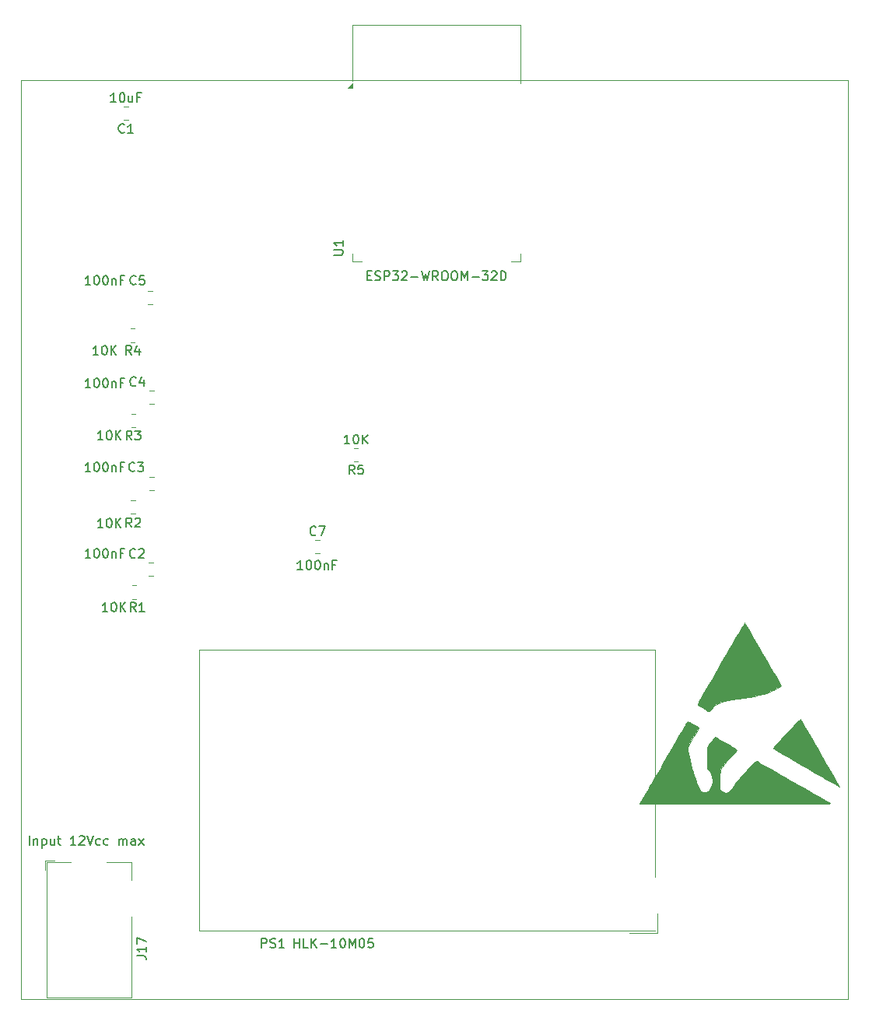
<source format=gbr>
%TF.GenerationSoftware,KiCad,Pcbnew,9.0.2*%
%TF.CreationDate,2025-06-12T16:32:13-03:00*%
%TF.ProjectId,v0.2,76302e32-2e6b-4696-9361-645f70636258,rev?*%
%TF.SameCoordinates,Original*%
%TF.FileFunction,Legend,Top*%
%TF.FilePolarity,Positive*%
%FSLAX46Y46*%
G04 Gerber Fmt 4.6, Leading zero omitted, Abs format (unit mm)*
G04 Created by KiCad (PCBNEW 9.0.2) date 2025-06-12 16:32:13*
%MOMM*%
%LPD*%
G01*
G04 APERTURE LIST*
%ADD10C,0.150000*%
%ADD11C,0.120000*%
%ADD12C,0.010000*%
%TA.AperFunction,Profile*%
%ADD13C,0.050000*%
%TD*%
G04 APERTURE END LIST*
D10*
X56189714Y-154378819D02*
X56189714Y-153378819D01*
X56189714Y-153378819D02*
X56570666Y-153378819D01*
X56570666Y-153378819D02*
X56665904Y-153426438D01*
X56665904Y-153426438D02*
X56713523Y-153474057D01*
X56713523Y-153474057D02*
X56761142Y-153569295D01*
X56761142Y-153569295D02*
X56761142Y-153712152D01*
X56761142Y-153712152D02*
X56713523Y-153807390D01*
X56713523Y-153807390D02*
X56665904Y-153855009D01*
X56665904Y-153855009D02*
X56570666Y-153902628D01*
X56570666Y-153902628D02*
X56189714Y-153902628D01*
X57142095Y-154331200D02*
X57284952Y-154378819D01*
X57284952Y-154378819D02*
X57523047Y-154378819D01*
X57523047Y-154378819D02*
X57618285Y-154331200D01*
X57618285Y-154331200D02*
X57665904Y-154283580D01*
X57665904Y-154283580D02*
X57713523Y-154188342D01*
X57713523Y-154188342D02*
X57713523Y-154093104D01*
X57713523Y-154093104D02*
X57665904Y-153997866D01*
X57665904Y-153997866D02*
X57618285Y-153950247D01*
X57618285Y-153950247D02*
X57523047Y-153902628D01*
X57523047Y-153902628D02*
X57332571Y-153855009D01*
X57332571Y-153855009D02*
X57237333Y-153807390D01*
X57237333Y-153807390D02*
X57189714Y-153759771D01*
X57189714Y-153759771D02*
X57142095Y-153664533D01*
X57142095Y-153664533D02*
X57142095Y-153569295D01*
X57142095Y-153569295D02*
X57189714Y-153474057D01*
X57189714Y-153474057D02*
X57237333Y-153426438D01*
X57237333Y-153426438D02*
X57332571Y-153378819D01*
X57332571Y-153378819D02*
X57570666Y-153378819D01*
X57570666Y-153378819D02*
X57713523Y-153426438D01*
X58665904Y-154378819D02*
X58094476Y-154378819D01*
X58380190Y-154378819D02*
X58380190Y-153378819D01*
X58380190Y-153378819D02*
X58284952Y-153521676D01*
X58284952Y-153521676D02*
X58189714Y-153616914D01*
X58189714Y-153616914D02*
X58094476Y-153664533D01*
X59722286Y-154378819D02*
X59722286Y-153378819D01*
X59722286Y-153855009D02*
X60293714Y-153855009D01*
X60293714Y-154378819D02*
X60293714Y-153378819D01*
X61246095Y-154378819D02*
X60769905Y-154378819D01*
X60769905Y-154378819D02*
X60769905Y-153378819D01*
X61579429Y-154378819D02*
X61579429Y-153378819D01*
X62150857Y-154378819D02*
X61722286Y-153807390D01*
X62150857Y-153378819D02*
X61579429Y-153950247D01*
X62579429Y-153997866D02*
X63341334Y-153997866D01*
X64341333Y-154378819D02*
X63769905Y-154378819D01*
X64055619Y-154378819D02*
X64055619Y-153378819D01*
X64055619Y-153378819D02*
X63960381Y-153521676D01*
X63960381Y-153521676D02*
X63865143Y-153616914D01*
X63865143Y-153616914D02*
X63769905Y-153664533D01*
X64960381Y-153378819D02*
X65055619Y-153378819D01*
X65055619Y-153378819D02*
X65150857Y-153426438D01*
X65150857Y-153426438D02*
X65198476Y-153474057D01*
X65198476Y-153474057D02*
X65246095Y-153569295D01*
X65246095Y-153569295D02*
X65293714Y-153759771D01*
X65293714Y-153759771D02*
X65293714Y-153997866D01*
X65293714Y-153997866D02*
X65246095Y-154188342D01*
X65246095Y-154188342D02*
X65198476Y-154283580D01*
X65198476Y-154283580D02*
X65150857Y-154331200D01*
X65150857Y-154331200D02*
X65055619Y-154378819D01*
X65055619Y-154378819D02*
X64960381Y-154378819D01*
X64960381Y-154378819D02*
X64865143Y-154331200D01*
X64865143Y-154331200D02*
X64817524Y-154283580D01*
X64817524Y-154283580D02*
X64769905Y-154188342D01*
X64769905Y-154188342D02*
X64722286Y-153997866D01*
X64722286Y-153997866D02*
X64722286Y-153759771D01*
X64722286Y-153759771D02*
X64769905Y-153569295D01*
X64769905Y-153569295D02*
X64817524Y-153474057D01*
X64817524Y-153474057D02*
X64865143Y-153426438D01*
X64865143Y-153426438D02*
X64960381Y-153378819D01*
X65722286Y-154378819D02*
X65722286Y-153378819D01*
X65722286Y-153378819D02*
X66055619Y-154093104D01*
X66055619Y-154093104D02*
X66388952Y-153378819D01*
X66388952Y-153378819D02*
X66388952Y-154378819D01*
X67055619Y-153378819D02*
X67150857Y-153378819D01*
X67150857Y-153378819D02*
X67246095Y-153426438D01*
X67246095Y-153426438D02*
X67293714Y-153474057D01*
X67293714Y-153474057D02*
X67341333Y-153569295D01*
X67341333Y-153569295D02*
X67388952Y-153759771D01*
X67388952Y-153759771D02*
X67388952Y-153997866D01*
X67388952Y-153997866D02*
X67341333Y-154188342D01*
X67341333Y-154188342D02*
X67293714Y-154283580D01*
X67293714Y-154283580D02*
X67246095Y-154331200D01*
X67246095Y-154331200D02*
X67150857Y-154378819D01*
X67150857Y-154378819D02*
X67055619Y-154378819D01*
X67055619Y-154378819D02*
X66960381Y-154331200D01*
X66960381Y-154331200D02*
X66912762Y-154283580D01*
X66912762Y-154283580D02*
X66865143Y-154188342D01*
X66865143Y-154188342D02*
X66817524Y-153997866D01*
X66817524Y-153997866D02*
X66817524Y-153759771D01*
X66817524Y-153759771D02*
X66865143Y-153569295D01*
X66865143Y-153569295D02*
X66912762Y-153474057D01*
X66912762Y-153474057D02*
X66960381Y-153426438D01*
X66960381Y-153426438D02*
X67055619Y-153378819D01*
X68293714Y-153378819D02*
X67817524Y-153378819D01*
X67817524Y-153378819D02*
X67769905Y-153855009D01*
X67769905Y-153855009D02*
X67817524Y-153807390D01*
X67817524Y-153807390D02*
X67912762Y-153759771D01*
X67912762Y-153759771D02*
X68150857Y-153759771D01*
X68150857Y-153759771D02*
X68246095Y-153807390D01*
X68246095Y-153807390D02*
X68293714Y-153855009D01*
X68293714Y-153855009D02*
X68341333Y-153950247D01*
X68341333Y-153950247D02*
X68341333Y-154188342D01*
X68341333Y-154188342D02*
X68293714Y-154283580D01*
X68293714Y-154283580D02*
X68246095Y-154331200D01*
X68246095Y-154331200D02*
X68150857Y-154378819D01*
X68150857Y-154378819D02*
X67912762Y-154378819D01*
X67912762Y-154378819D02*
X67817524Y-154331200D01*
X67817524Y-154331200D02*
X67769905Y-154283580D01*
X42038731Y-108604799D02*
X41705398Y-108128608D01*
X41467303Y-108604799D02*
X41467303Y-107604799D01*
X41467303Y-107604799D02*
X41848255Y-107604799D01*
X41848255Y-107604799D02*
X41943493Y-107652418D01*
X41943493Y-107652418D02*
X41991112Y-107700037D01*
X41991112Y-107700037D02*
X42038731Y-107795275D01*
X42038731Y-107795275D02*
X42038731Y-107938132D01*
X42038731Y-107938132D02*
X41991112Y-108033370D01*
X41991112Y-108033370D02*
X41943493Y-108080989D01*
X41943493Y-108080989D02*
X41848255Y-108128608D01*
X41848255Y-108128608D02*
X41467303Y-108128608D01*
X42419684Y-107700037D02*
X42467303Y-107652418D01*
X42467303Y-107652418D02*
X42562541Y-107604799D01*
X42562541Y-107604799D02*
X42800636Y-107604799D01*
X42800636Y-107604799D02*
X42895874Y-107652418D01*
X42895874Y-107652418D02*
X42943493Y-107700037D01*
X42943493Y-107700037D02*
X42991112Y-107795275D01*
X42991112Y-107795275D02*
X42991112Y-107890513D01*
X42991112Y-107890513D02*
X42943493Y-108033370D01*
X42943493Y-108033370D02*
X42372065Y-108604799D01*
X42372065Y-108604799D02*
X42991112Y-108604799D01*
X38933523Y-108658819D02*
X38362095Y-108658819D01*
X38647809Y-108658819D02*
X38647809Y-107658819D01*
X38647809Y-107658819D02*
X38552571Y-107801676D01*
X38552571Y-107801676D02*
X38457333Y-107896914D01*
X38457333Y-107896914D02*
X38362095Y-107944533D01*
X39552571Y-107658819D02*
X39647809Y-107658819D01*
X39647809Y-107658819D02*
X39743047Y-107706438D01*
X39743047Y-107706438D02*
X39790666Y-107754057D01*
X39790666Y-107754057D02*
X39838285Y-107849295D01*
X39838285Y-107849295D02*
X39885904Y-108039771D01*
X39885904Y-108039771D02*
X39885904Y-108277866D01*
X39885904Y-108277866D02*
X39838285Y-108468342D01*
X39838285Y-108468342D02*
X39790666Y-108563580D01*
X39790666Y-108563580D02*
X39743047Y-108611200D01*
X39743047Y-108611200D02*
X39647809Y-108658819D01*
X39647809Y-108658819D02*
X39552571Y-108658819D01*
X39552571Y-108658819D02*
X39457333Y-108611200D01*
X39457333Y-108611200D02*
X39409714Y-108563580D01*
X39409714Y-108563580D02*
X39362095Y-108468342D01*
X39362095Y-108468342D02*
X39314476Y-108277866D01*
X39314476Y-108277866D02*
X39314476Y-108039771D01*
X39314476Y-108039771D02*
X39362095Y-107849295D01*
X39362095Y-107849295D02*
X39409714Y-107754057D01*
X39409714Y-107754057D02*
X39457333Y-107706438D01*
X39457333Y-107706438D02*
X39552571Y-107658819D01*
X40314476Y-108658819D02*
X40314476Y-107658819D01*
X40885904Y-108658819D02*
X40457333Y-108087390D01*
X40885904Y-107658819D02*
X40314476Y-108230247D01*
X42505333Y-82147580D02*
X42457714Y-82195200D01*
X42457714Y-82195200D02*
X42314857Y-82242819D01*
X42314857Y-82242819D02*
X42219619Y-82242819D01*
X42219619Y-82242819D02*
X42076762Y-82195200D01*
X42076762Y-82195200D02*
X41981524Y-82099961D01*
X41981524Y-82099961D02*
X41933905Y-82004723D01*
X41933905Y-82004723D02*
X41886286Y-81814247D01*
X41886286Y-81814247D02*
X41886286Y-81671390D01*
X41886286Y-81671390D02*
X41933905Y-81480914D01*
X41933905Y-81480914D02*
X41981524Y-81385676D01*
X41981524Y-81385676D02*
X42076762Y-81290438D01*
X42076762Y-81290438D02*
X42219619Y-81242819D01*
X42219619Y-81242819D02*
X42314857Y-81242819D01*
X42314857Y-81242819D02*
X42457714Y-81290438D01*
X42457714Y-81290438D02*
X42505333Y-81338057D01*
X43410095Y-81242819D02*
X42933905Y-81242819D01*
X42933905Y-81242819D02*
X42886286Y-81719009D01*
X42886286Y-81719009D02*
X42933905Y-81671390D01*
X42933905Y-81671390D02*
X43029143Y-81623771D01*
X43029143Y-81623771D02*
X43267238Y-81623771D01*
X43267238Y-81623771D02*
X43362476Y-81671390D01*
X43362476Y-81671390D02*
X43410095Y-81719009D01*
X43410095Y-81719009D02*
X43457714Y-81814247D01*
X43457714Y-81814247D02*
X43457714Y-82052342D01*
X43457714Y-82052342D02*
X43410095Y-82147580D01*
X43410095Y-82147580D02*
X43362476Y-82195200D01*
X43362476Y-82195200D02*
X43267238Y-82242819D01*
X43267238Y-82242819D02*
X43029143Y-82242819D01*
X43029143Y-82242819D02*
X42933905Y-82195200D01*
X42933905Y-82195200D02*
X42886286Y-82147580D01*
X37568380Y-82242819D02*
X36996952Y-82242819D01*
X37282666Y-82242819D02*
X37282666Y-81242819D01*
X37282666Y-81242819D02*
X37187428Y-81385676D01*
X37187428Y-81385676D02*
X37092190Y-81480914D01*
X37092190Y-81480914D02*
X36996952Y-81528533D01*
X38187428Y-81242819D02*
X38282666Y-81242819D01*
X38282666Y-81242819D02*
X38377904Y-81290438D01*
X38377904Y-81290438D02*
X38425523Y-81338057D01*
X38425523Y-81338057D02*
X38473142Y-81433295D01*
X38473142Y-81433295D02*
X38520761Y-81623771D01*
X38520761Y-81623771D02*
X38520761Y-81861866D01*
X38520761Y-81861866D02*
X38473142Y-82052342D01*
X38473142Y-82052342D02*
X38425523Y-82147580D01*
X38425523Y-82147580D02*
X38377904Y-82195200D01*
X38377904Y-82195200D02*
X38282666Y-82242819D01*
X38282666Y-82242819D02*
X38187428Y-82242819D01*
X38187428Y-82242819D02*
X38092190Y-82195200D01*
X38092190Y-82195200D02*
X38044571Y-82147580D01*
X38044571Y-82147580D02*
X37996952Y-82052342D01*
X37996952Y-82052342D02*
X37949333Y-81861866D01*
X37949333Y-81861866D02*
X37949333Y-81623771D01*
X37949333Y-81623771D02*
X37996952Y-81433295D01*
X37996952Y-81433295D02*
X38044571Y-81338057D01*
X38044571Y-81338057D02*
X38092190Y-81290438D01*
X38092190Y-81290438D02*
X38187428Y-81242819D01*
X39139809Y-81242819D02*
X39235047Y-81242819D01*
X39235047Y-81242819D02*
X39330285Y-81290438D01*
X39330285Y-81290438D02*
X39377904Y-81338057D01*
X39377904Y-81338057D02*
X39425523Y-81433295D01*
X39425523Y-81433295D02*
X39473142Y-81623771D01*
X39473142Y-81623771D02*
X39473142Y-81861866D01*
X39473142Y-81861866D02*
X39425523Y-82052342D01*
X39425523Y-82052342D02*
X39377904Y-82147580D01*
X39377904Y-82147580D02*
X39330285Y-82195200D01*
X39330285Y-82195200D02*
X39235047Y-82242819D01*
X39235047Y-82242819D02*
X39139809Y-82242819D01*
X39139809Y-82242819D02*
X39044571Y-82195200D01*
X39044571Y-82195200D02*
X38996952Y-82147580D01*
X38996952Y-82147580D02*
X38949333Y-82052342D01*
X38949333Y-82052342D02*
X38901714Y-81861866D01*
X38901714Y-81861866D02*
X38901714Y-81623771D01*
X38901714Y-81623771D02*
X38949333Y-81433295D01*
X38949333Y-81433295D02*
X38996952Y-81338057D01*
X38996952Y-81338057D02*
X39044571Y-81290438D01*
X39044571Y-81290438D02*
X39139809Y-81242819D01*
X39901714Y-81576152D02*
X39901714Y-82242819D01*
X39901714Y-81671390D02*
X39949333Y-81623771D01*
X39949333Y-81623771D02*
X40044571Y-81576152D01*
X40044571Y-81576152D02*
X40187428Y-81576152D01*
X40187428Y-81576152D02*
X40282666Y-81623771D01*
X40282666Y-81623771D02*
X40330285Y-81719009D01*
X40330285Y-81719009D02*
X40330285Y-82242819D01*
X41139809Y-81719009D02*
X40806476Y-81719009D01*
X40806476Y-82242819D02*
X40806476Y-81242819D01*
X40806476Y-81242819D02*
X41282666Y-81242819D01*
X41253333Y-65639580D02*
X41205714Y-65687200D01*
X41205714Y-65687200D02*
X41062857Y-65734819D01*
X41062857Y-65734819D02*
X40967619Y-65734819D01*
X40967619Y-65734819D02*
X40824762Y-65687200D01*
X40824762Y-65687200D02*
X40729524Y-65591961D01*
X40729524Y-65591961D02*
X40681905Y-65496723D01*
X40681905Y-65496723D02*
X40634286Y-65306247D01*
X40634286Y-65306247D02*
X40634286Y-65163390D01*
X40634286Y-65163390D02*
X40681905Y-64972914D01*
X40681905Y-64972914D02*
X40729524Y-64877676D01*
X40729524Y-64877676D02*
X40824762Y-64782438D01*
X40824762Y-64782438D02*
X40967619Y-64734819D01*
X40967619Y-64734819D02*
X41062857Y-64734819D01*
X41062857Y-64734819D02*
X41205714Y-64782438D01*
X41205714Y-64782438D02*
X41253333Y-64830057D01*
X42205714Y-65734819D02*
X41634286Y-65734819D01*
X41920000Y-65734819D02*
X41920000Y-64734819D01*
X41920000Y-64734819D02*
X41824762Y-64877676D01*
X41824762Y-64877676D02*
X41729524Y-64972914D01*
X41729524Y-64972914D02*
X41634286Y-65020533D01*
X40348571Y-62374819D02*
X39777143Y-62374819D01*
X40062857Y-62374819D02*
X40062857Y-61374819D01*
X40062857Y-61374819D02*
X39967619Y-61517676D01*
X39967619Y-61517676D02*
X39872381Y-61612914D01*
X39872381Y-61612914D02*
X39777143Y-61660533D01*
X40967619Y-61374819D02*
X41062857Y-61374819D01*
X41062857Y-61374819D02*
X41158095Y-61422438D01*
X41158095Y-61422438D02*
X41205714Y-61470057D01*
X41205714Y-61470057D02*
X41253333Y-61565295D01*
X41253333Y-61565295D02*
X41300952Y-61755771D01*
X41300952Y-61755771D02*
X41300952Y-61993866D01*
X41300952Y-61993866D02*
X41253333Y-62184342D01*
X41253333Y-62184342D02*
X41205714Y-62279580D01*
X41205714Y-62279580D02*
X41158095Y-62327200D01*
X41158095Y-62327200D02*
X41062857Y-62374819D01*
X41062857Y-62374819D02*
X40967619Y-62374819D01*
X40967619Y-62374819D02*
X40872381Y-62327200D01*
X40872381Y-62327200D02*
X40824762Y-62279580D01*
X40824762Y-62279580D02*
X40777143Y-62184342D01*
X40777143Y-62184342D02*
X40729524Y-61993866D01*
X40729524Y-61993866D02*
X40729524Y-61755771D01*
X40729524Y-61755771D02*
X40777143Y-61565295D01*
X40777143Y-61565295D02*
X40824762Y-61470057D01*
X40824762Y-61470057D02*
X40872381Y-61422438D01*
X40872381Y-61422438D02*
X40967619Y-61374819D01*
X42158095Y-61708152D02*
X42158095Y-62374819D01*
X41729524Y-61708152D02*
X41729524Y-62231961D01*
X41729524Y-62231961D02*
X41777143Y-62327200D01*
X41777143Y-62327200D02*
X41872381Y-62374819D01*
X41872381Y-62374819D02*
X42015238Y-62374819D01*
X42015238Y-62374819D02*
X42110476Y-62327200D01*
X42110476Y-62327200D02*
X42158095Y-62279580D01*
X42967619Y-61851009D02*
X42634286Y-61851009D01*
X42634286Y-62374819D02*
X42634286Y-61374819D01*
X42634286Y-61374819D02*
X43110476Y-61374819D01*
X42505333Y-117802819D02*
X42172000Y-117326628D01*
X41933905Y-117802819D02*
X41933905Y-116802819D01*
X41933905Y-116802819D02*
X42314857Y-116802819D01*
X42314857Y-116802819D02*
X42410095Y-116850438D01*
X42410095Y-116850438D02*
X42457714Y-116898057D01*
X42457714Y-116898057D02*
X42505333Y-116993295D01*
X42505333Y-116993295D02*
X42505333Y-117136152D01*
X42505333Y-117136152D02*
X42457714Y-117231390D01*
X42457714Y-117231390D02*
X42410095Y-117279009D01*
X42410095Y-117279009D02*
X42314857Y-117326628D01*
X42314857Y-117326628D02*
X41933905Y-117326628D01*
X43457714Y-117802819D02*
X42886286Y-117802819D01*
X43172000Y-117802819D02*
X43172000Y-116802819D01*
X43172000Y-116802819D02*
X43076762Y-116945676D01*
X43076762Y-116945676D02*
X42981524Y-117040914D01*
X42981524Y-117040914D02*
X42886286Y-117088533D01*
X39441523Y-117804819D02*
X38870095Y-117804819D01*
X39155809Y-117804819D02*
X39155809Y-116804819D01*
X39155809Y-116804819D02*
X39060571Y-116947676D01*
X39060571Y-116947676D02*
X38965333Y-117042914D01*
X38965333Y-117042914D02*
X38870095Y-117090533D01*
X40060571Y-116804819D02*
X40155809Y-116804819D01*
X40155809Y-116804819D02*
X40251047Y-116852438D01*
X40251047Y-116852438D02*
X40298666Y-116900057D01*
X40298666Y-116900057D02*
X40346285Y-116995295D01*
X40346285Y-116995295D02*
X40393904Y-117185771D01*
X40393904Y-117185771D02*
X40393904Y-117423866D01*
X40393904Y-117423866D02*
X40346285Y-117614342D01*
X40346285Y-117614342D02*
X40298666Y-117709580D01*
X40298666Y-117709580D02*
X40251047Y-117757200D01*
X40251047Y-117757200D02*
X40155809Y-117804819D01*
X40155809Y-117804819D02*
X40060571Y-117804819D01*
X40060571Y-117804819D02*
X39965333Y-117757200D01*
X39965333Y-117757200D02*
X39917714Y-117709580D01*
X39917714Y-117709580D02*
X39870095Y-117614342D01*
X39870095Y-117614342D02*
X39822476Y-117423866D01*
X39822476Y-117423866D02*
X39822476Y-117185771D01*
X39822476Y-117185771D02*
X39870095Y-116995295D01*
X39870095Y-116995295D02*
X39917714Y-116900057D01*
X39917714Y-116900057D02*
X39965333Y-116852438D01*
X39965333Y-116852438D02*
X40060571Y-116804819D01*
X40822476Y-117804819D02*
X40822476Y-116804819D01*
X41393904Y-117804819D02*
X40965333Y-117233390D01*
X41393904Y-116804819D02*
X40822476Y-117376247D01*
X62083333Y-109429580D02*
X62035714Y-109477200D01*
X62035714Y-109477200D02*
X61892857Y-109524819D01*
X61892857Y-109524819D02*
X61797619Y-109524819D01*
X61797619Y-109524819D02*
X61654762Y-109477200D01*
X61654762Y-109477200D02*
X61559524Y-109381961D01*
X61559524Y-109381961D02*
X61511905Y-109286723D01*
X61511905Y-109286723D02*
X61464286Y-109096247D01*
X61464286Y-109096247D02*
X61464286Y-108953390D01*
X61464286Y-108953390D02*
X61511905Y-108762914D01*
X61511905Y-108762914D02*
X61559524Y-108667676D01*
X61559524Y-108667676D02*
X61654762Y-108572438D01*
X61654762Y-108572438D02*
X61797619Y-108524819D01*
X61797619Y-108524819D02*
X61892857Y-108524819D01*
X61892857Y-108524819D02*
X62035714Y-108572438D01*
X62035714Y-108572438D02*
X62083333Y-108620057D01*
X62416667Y-108524819D02*
X63083333Y-108524819D01*
X63083333Y-108524819D02*
X62654762Y-109524819D01*
X60664880Y-113230819D02*
X60093452Y-113230819D01*
X60379166Y-113230819D02*
X60379166Y-112230819D01*
X60379166Y-112230819D02*
X60283928Y-112373676D01*
X60283928Y-112373676D02*
X60188690Y-112468914D01*
X60188690Y-112468914D02*
X60093452Y-112516533D01*
X61283928Y-112230819D02*
X61379166Y-112230819D01*
X61379166Y-112230819D02*
X61474404Y-112278438D01*
X61474404Y-112278438D02*
X61522023Y-112326057D01*
X61522023Y-112326057D02*
X61569642Y-112421295D01*
X61569642Y-112421295D02*
X61617261Y-112611771D01*
X61617261Y-112611771D02*
X61617261Y-112849866D01*
X61617261Y-112849866D02*
X61569642Y-113040342D01*
X61569642Y-113040342D02*
X61522023Y-113135580D01*
X61522023Y-113135580D02*
X61474404Y-113183200D01*
X61474404Y-113183200D02*
X61379166Y-113230819D01*
X61379166Y-113230819D02*
X61283928Y-113230819D01*
X61283928Y-113230819D02*
X61188690Y-113183200D01*
X61188690Y-113183200D02*
X61141071Y-113135580D01*
X61141071Y-113135580D02*
X61093452Y-113040342D01*
X61093452Y-113040342D02*
X61045833Y-112849866D01*
X61045833Y-112849866D02*
X61045833Y-112611771D01*
X61045833Y-112611771D02*
X61093452Y-112421295D01*
X61093452Y-112421295D02*
X61141071Y-112326057D01*
X61141071Y-112326057D02*
X61188690Y-112278438D01*
X61188690Y-112278438D02*
X61283928Y-112230819D01*
X62236309Y-112230819D02*
X62331547Y-112230819D01*
X62331547Y-112230819D02*
X62426785Y-112278438D01*
X62426785Y-112278438D02*
X62474404Y-112326057D01*
X62474404Y-112326057D02*
X62522023Y-112421295D01*
X62522023Y-112421295D02*
X62569642Y-112611771D01*
X62569642Y-112611771D02*
X62569642Y-112849866D01*
X62569642Y-112849866D02*
X62522023Y-113040342D01*
X62522023Y-113040342D02*
X62474404Y-113135580D01*
X62474404Y-113135580D02*
X62426785Y-113183200D01*
X62426785Y-113183200D02*
X62331547Y-113230819D01*
X62331547Y-113230819D02*
X62236309Y-113230819D01*
X62236309Y-113230819D02*
X62141071Y-113183200D01*
X62141071Y-113183200D02*
X62093452Y-113135580D01*
X62093452Y-113135580D02*
X62045833Y-113040342D01*
X62045833Y-113040342D02*
X61998214Y-112849866D01*
X61998214Y-112849866D02*
X61998214Y-112611771D01*
X61998214Y-112611771D02*
X62045833Y-112421295D01*
X62045833Y-112421295D02*
X62093452Y-112326057D01*
X62093452Y-112326057D02*
X62141071Y-112278438D01*
X62141071Y-112278438D02*
X62236309Y-112230819D01*
X62998214Y-112564152D02*
X62998214Y-113230819D01*
X62998214Y-112659390D02*
X63045833Y-112611771D01*
X63045833Y-112611771D02*
X63141071Y-112564152D01*
X63141071Y-112564152D02*
X63283928Y-112564152D01*
X63283928Y-112564152D02*
X63379166Y-112611771D01*
X63379166Y-112611771D02*
X63426785Y-112707009D01*
X63426785Y-112707009D02*
X63426785Y-113230819D01*
X64236309Y-112707009D02*
X63902976Y-112707009D01*
X63902976Y-113230819D02*
X63902976Y-112230819D01*
X63902976Y-112230819D02*
X64379166Y-112230819D01*
X42604819Y-155259523D02*
X43319104Y-155259523D01*
X43319104Y-155259523D02*
X43461961Y-155307142D01*
X43461961Y-155307142D02*
X43557200Y-155402380D01*
X43557200Y-155402380D02*
X43604819Y-155545237D01*
X43604819Y-155545237D02*
X43604819Y-155640475D01*
X43604819Y-154259523D02*
X43604819Y-154830951D01*
X43604819Y-154545237D02*
X42604819Y-154545237D01*
X42604819Y-154545237D02*
X42747676Y-154640475D01*
X42747676Y-154640475D02*
X42842914Y-154735713D01*
X42842914Y-154735713D02*
X42890533Y-154830951D01*
X42604819Y-153926189D02*
X42604819Y-153259523D01*
X42604819Y-153259523D02*
X43604819Y-153688094D01*
X30917333Y-143202819D02*
X30917333Y-142202819D01*
X31393523Y-142536152D02*
X31393523Y-143202819D01*
X31393523Y-142631390D02*
X31441142Y-142583771D01*
X31441142Y-142583771D02*
X31536380Y-142536152D01*
X31536380Y-142536152D02*
X31679237Y-142536152D01*
X31679237Y-142536152D02*
X31774475Y-142583771D01*
X31774475Y-142583771D02*
X31822094Y-142679009D01*
X31822094Y-142679009D02*
X31822094Y-143202819D01*
X32298285Y-142536152D02*
X32298285Y-143536152D01*
X32298285Y-142583771D02*
X32393523Y-142536152D01*
X32393523Y-142536152D02*
X32583999Y-142536152D01*
X32583999Y-142536152D02*
X32679237Y-142583771D01*
X32679237Y-142583771D02*
X32726856Y-142631390D01*
X32726856Y-142631390D02*
X32774475Y-142726628D01*
X32774475Y-142726628D02*
X32774475Y-143012342D01*
X32774475Y-143012342D02*
X32726856Y-143107580D01*
X32726856Y-143107580D02*
X32679237Y-143155200D01*
X32679237Y-143155200D02*
X32583999Y-143202819D01*
X32583999Y-143202819D02*
X32393523Y-143202819D01*
X32393523Y-143202819D02*
X32298285Y-143155200D01*
X33631618Y-142536152D02*
X33631618Y-143202819D01*
X33203047Y-142536152D02*
X33203047Y-143059961D01*
X33203047Y-143059961D02*
X33250666Y-143155200D01*
X33250666Y-143155200D02*
X33345904Y-143202819D01*
X33345904Y-143202819D02*
X33488761Y-143202819D01*
X33488761Y-143202819D02*
X33583999Y-143155200D01*
X33583999Y-143155200D02*
X33631618Y-143107580D01*
X33964952Y-142536152D02*
X34345904Y-142536152D01*
X34107809Y-142202819D02*
X34107809Y-143059961D01*
X34107809Y-143059961D02*
X34155428Y-143155200D01*
X34155428Y-143155200D02*
X34250666Y-143202819D01*
X34250666Y-143202819D02*
X34345904Y-143202819D01*
X35964952Y-143202819D02*
X35393524Y-143202819D01*
X35679238Y-143202819D02*
X35679238Y-142202819D01*
X35679238Y-142202819D02*
X35584000Y-142345676D01*
X35584000Y-142345676D02*
X35488762Y-142440914D01*
X35488762Y-142440914D02*
X35393524Y-142488533D01*
X36345905Y-142298057D02*
X36393524Y-142250438D01*
X36393524Y-142250438D02*
X36488762Y-142202819D01*
X36488762Y-142202819D02*
X36726857Y-142202819D01*
X36726857Y-142202819D02*
X36822095Y-142250438D01*
X36822095Y-142250438D02*
X36869714Y-142298057D01*
X36869714Y-142298057D02*
X36917333Y-142393295D01*
X36917333Y-142393295D02*
X36917333Y-142488533D01*
X36917333Y-142488533D02*
X36869714Y-142631390D01*
X36869714Y-142631390D02*
X36298286Y-143202819D01*
X36298286Y-143202819D02*
X36917333Y-143202819D01*
X37203048Y-142202819D02*
X37536381Y-143202819D01*
X37536381Y-143202819D02*
X37869714Y-142202819D01*
X38631619Y-143155200D02*
X38536381Y-143202819D01*
X38536381Y-143202819D02*
X38345905Y-143202819D01*
X38345905Y-143202819D02*
X38250667Y-143155200D01*
X38250667Y-143155200D02*
X38203048Y-143107580D01*
X38203048Y-143107580D02*
X38155429Y-143012342D01*
X38155429Y-143012342D02*
X38155429Y-142726628D01*
X38155429Y-142726628D02*
X38203048Y-142631390D01*
X38203048Y-142631390D02*
X38250667Y-142583771D01*
X38250667Y-142583771D02*
X38345905Y-142536152D01*
X38345905Y-142536152D02*
X38536381Y-142536152D01*
X38536381Y-142536152D02*
X38631619Y-142583771D01*
X39488762Y-143155200D02*
X39393524Y-143202819D01*
X39393524Y-143202819D02*
X39203048Y-143202819D01*
X39203048Y-143202819D02*
X39107810Y-143155200D01*
X39107810Y-143155200D02*
X39060191Y-143107580D01*
X39060191Y-143107580D02*
X39012572Y-143012342D01*
X39012572Y-143012342D02*
X39012572Y-142726628D01*
X39012572Y-142726628D02*
X39060191Y-142631390D01*
X39060191Y-142631390D02*
X39107810Y-142583771D01*
X39107810Y-142583771D02*
X39203048Y-142536152D01*
X39203048Y-142536152D02*
X39393524Y-142536152D01*
X39393524Y-142536152D02*
X39488762Y-142583771D01*
X40679239Y-143202819D02*
X40679239Y-142536152D01*
X40679239Y-142631390D02*
X40726858Y-142583771D01*
X40726858Y-142583771D02*
X40822096Y-142536152D01*
X40822096Y-142536152D02*
X40964953Y-142536152D01*
X40964953Y-142536152D02*
X41060191Y-142583771D01*
X41060191Y-142583771D02*
X41107810Y-142679009D01*
X41107810Y-142679009D02*
X41107810Y-143202819D01*
X41107810Y-142679009D02*
X41155429Y-142583771D01*
X41155429Y-142583771D02*
X41250667Y-142536152D01*
X41250667Y-142536152D02*
X41393524Y-142536152D01*
X41393524Y-142536152D02*
X41488763Y-142583771D01*
X41488763Y-142583771D02*
X41536382Y-142679009D01*
X41536382Y-142679009D02*
X41536382Y-143202819D01*
X42441143Y-143202819D02*
X42441143Y-142679009D01*
X42441143Y-142679009D02*
X42393524Y-142583771D01*
X42393524Y-142583771D02*
X42298286Y-142536152D01*
X42298286Y-142536152D02*
X42107810Y-142536152D01*
X42107810Y-142536152D02*
X42012572Y-142583771D01*
X42441143Y-143155200D02*
X42345905Y-143202819D01*
X42345905Y-143202819D02*
X42107810Y-143202819D01*
X42107810Y-143202819D02*
X42012572Y-143155200D01*
X42012572Y-143155200D02*
X41964953Y-143059961D01*
X41964953Y-143059961D02*
X41964953Y-142964723D01*
X41964953Y-142964723D02*
X42012572Y-142869485D01*
X42012572Y-142869485D02*
X42107810Y-142821866D01*
X42107810Y-142821866D02*
X42345905Y-142821866D01*
X42345905Y-142821866D02*
X42441143Y-142774247D01*
X42822096Y-143202819D02*
X43345905Y-142536152D01*
X42822096Y-142536152D02*
X43345905Y-143202819D01*
X66303333Y-102854819D02*
X65970000Y-102378628D01*
X65731905Y-102854819D02*
X65731905Y-101854819D01*
X65731905Y-101854819D02*
X66112857Y-101854819D01*
X66112857Y-101854819D02*
X66208095Y-101902438D01*
X66208095Y-101902438D02*
X66255714Y-101950057D01*
X66255714Y-101950057D02*
X66303333Y-102045295D01*
X66303333Y-102045295D02*
X66303333Y-102188152D01*
X66303333Y-102188152D02*
X66255714Y-102283390D01*
X66255714Y-102283390D02*
X66208095Y-102331009D01*
X66208095Y-102331009D02*
X66112857Y-102378628D01*
X66112857Y-102378628D02*
X65731905Y-102378628D01*
X67208095Y-101854819D02*
X66731905Y-101854819D01*
X66731905Y-101854819D02*
X66684286Y-102331009D01*
X66684286Y-102331009D02*
X66731905Y-102283390D01*
X66731905Y-102283390D02*
X66827143Y-102235771D01*
X66827143Y-102235771D02*
X67065238Y-102235771D01*
X67065238Y-102235771D02*
X67160476Y-102283390D01*
X67160476Y-102283390D02*
X67208095Y-102331009D01*
X67208095Y-102331009D02*
X67255714Y-102426247D01*
X67255714Y-102426247D02*
X67255714Y-102664342D01*
X67255714Y-102664342D02*
X67208095Y-102759580D01*
X67208095Y-102759580D02*
X67160476Y-102807200D01*
X67160476Y-102807200D02*
X67065238Y-102854819D01*
X67065238Y-102854819D02*
X66827143Y-102854819D01*
X66827143Y-102854819D02*
X66731905Y-102807200D01*
X66731905Y-102807200D02*
X66684286Y-102759580D01*
X65779523Y-99554819D02*
X65208095Y-99554819D01*
X65493809Y-99554819D02*
X65493809Y-98554819D01*
X65493809Y-98554819D02*
X65398571Y-98697676D01*
X65398571Y-98697676D02*
X65303333Y-98792914D01*
X65303333Y-98792914D02*
X65208095Y-98840533D01*
X66398571Y-98554819D02*
X66493809Y-98554819D01*
X66493809Y-98554819D02*
X66589047Y-98602438D01*
X66589047Y-98602438D02*
X66636666Y-98650057D01*
X66636666Y-98650057D02*
X66684285Y-98745295D01*
X66684285Y-98745295D02*
X66731904Y-98935771D01*
X66731904Y-98935771D02*
X66731904Y-99173866D01*
X66731904Y-99173866D02*
X66684285Y-99364342D01*
X66684285Y-99364342D02*
X66636666Y-99459580D01*
X66636666Y-99459580D02*
X66589047Y-99507200D01*
X66589047Y-99507200D02*
X66493809Y-99554819D01*
X66493809Y-99554819D02*
X66398571Y-99554819D01*
X66398571Y-99554819D02*
X66303333Y-99507200D01*
X66303333Y-99507200D02*
X66255714Y-99459580D01*
X66255714Y-99459580D02*
X66208095Y-99364342D01*
X66208095Y-99364342D02*
X66160476Y-99173866D01*
X66160476Y-99173866D02*
X66160476Y-98935771D01*
X66160476Y-98935771D02*
X66208095Y-98745295D01*
X66208095Y-98745295D02*
X66255714Y-98650057D01*
X66255714Y-98650057D02*
X66303333Y-98602438D01*
X66303333Y-98602438D02*
X66398571Y-98554819D01*
X67160476Y-99554819D02*
X67160476Y-98554819D01*
X67731904Y-99554819D02*
X67303333Y-98983390D01*
X67731904Y-98554819D02*
X67160476Y-99126247D01*
X64064819Y-78991904D02*
X64874342Y-78991904D01*
X64874342Y-78991904D02*
X64969580Y-78944285D01*
X64969580Y-78944285D02*
X65017200Y-78896666D01*
X65017200Y-78896666D02*
X65064819Y-78801428D01*
X65064819Y-78801428D02*
X65064819Y-78610952D01*
X65064819Y-78610952D02*
X65017200Y-78515714D01*
X65017200Y-78515714D02*
X64969580Y-78468095D01*
X64969580Y-78468095D02*
X64874342Y-78420476D01*
X64874342Y-78420476D02*
X64064819Y-78420476D01*
X65064819Y-77420476D02*
X65064819Y-77991904D01*
X65064819Y-77706190D02*
X64064819Y-77706190D01*
X64064819Y-77706190D02*
X64207676Y-77801428D01*
X64207676Y-77801428D02*
X64302914Y-77896666D01*
X64302914Y-77896666D02*
X64350533Y-77991904D01*
X67696191Y-81231009D02*
X68029524Y-81231009D01*
X68172381Y-81754819D02*
X67696191Y-81754819D01*
X67696191Y-81754819D02*
X67696191Y-80754819D01*
X67696191Y-80754819D02*
X68172381Y-80754819D01*
X68553334Y-81707200D02*
X68696191Y-81754819D01*
X68696191Y-81754819D02*
X68934286Y-81754819D01*
X68934286Y-81754819D02*
X69029524Y-81707200D01*
X69029524Y-81707200D02*
X69077143Y-81659580D01*
X69077143Y-81659580D02*
X69124762Y-81564342D01*
X69124762Y-81564342D02*
X69124762Y-81469104D01*
X69124762Y-81469104D02*
X69077143Y-81373866D01*
X69077143Y-81373866D02*
X69029524Y-81326247D01*
X69029524Y-81326247D02*
X68934286Y-81278628D01*
X68934286Y-81278628D02*
X68743810Y-81231009D01*
X68743810Y-81231009D02*
X68648572Y-81183390D01*
X68648572Y-81183390D02*
X68600953Y-81135771D01*
X68600953Y-81135771D02*
X68553334Y-81040533D01*
X68553334Y-81040533D02*
X68553334Y-80945295D01*
X68553334Y-80945295D02*
X68600953Y-80850057D01*
X68600953Y-80850057D02*
X68648572Y-80802438D01*
X68648572Y-80802438D02*
X68743810Y-80754819D01*
X68743810Y-80754819D02*
X68981905Y-80754819D01*
X68981905Y-80754819D02*
X69124762Y-80802438D01*
X69553334Y-81754819D02*
X69553334Y-80754819D01*
X69553334Y-80754819D02*
X69934286Y-80754819D01*
X69934286Y-80754819D02*
X70029524Y-80802438D01*
X70029524Y-80802438D02*
X70077143Y-80850057D01*
X70077143Y-80850057D02*
X70124762Y-80945295D01*
X70124762Y-80945295D02*
X70124762Y-81088152D01*
X70124762Y-81088152D02*
X70077143Y-81183390D01*
X70077143Y-81183390D02*
X70029524Y-81231009D01*
X70029524Y-81231009D02*
X69934286Y-81278628D01*
X69934286Y-81278628D02*
X69553334Y-81278628D01*
X70458096Y-80754819D02*
X71077143Y-80754819D01*
X71077143Y-80754819D02*
X70743810Y-81135771D01*
X70743810Y-81135771D02*
X70886667Y-81135771D01*
X70886667Y-81135771D02*
X70981905Y-81183390D01*
X70981905Y-81183390D02*
X71029524Y-81231009D01*
X71029524Y-81231009D02*
X71077143Y-81326247D01*
X71077143Y-81326247D02*
X71077143Y-81564342D01*
X71077143Y-81564342D02*
X71029524Y-81659580D01*
X71029524Y-81659580D02*
X70981905Y-81707200D01*
X70981905Y-81707200D02*
X70886667Y-81754819D01*
X70886667Y-81754819D02*
X70600953Y-81754819D01*
X70600953Y-81754819D02*
X70505715Y-81707200D01*
X70505715Y-81707200D02*
X70458096Y-81659580D01*
X71458096Y-80850057D02*
X71505715Y-80802438D01*
X71505715Y-80802438D02*
X71600953Y-80754819D01*
X71600953Y-80754819D02*
X71839048Y-80754819D01*
X71839048Y-80754819D02*
X71934286Y-80802438D01*
X71934286Y-80802438D02*
X71981905Y-80850057D01*
X71981905Y-80850057D02*
X72029524Y-80945295D01*
X72029524Y-80945295D02*
X72029524Y-81040533D01*
X72029524Y-81040533D02*
X71981905Y-81183390D01*
X71981905Y-81183390D02*
X71410477Y-81754819D01*
X71410477Y-81754819D02*
X72029524Y-81754819D01*
X72458096Y-81373866D02*
X73220001Y-81373866D01*
X73600953Y-80754819D02*
X73839048Y-81754819D01*
X73839048Y-81754819D02*
X74029524Y-81040533D01*
X74029524Y-81040533D02*
X74220000Y-81754819D01*
X74220000Y-81754819D02*
X74458096Y-80754819D01*
X75410476Y-81754819D02*
X75077143Y-81278628D01*
X74839048Y-81754819D02*
X74839048Y-80754819D01*
X74839048Y-80754819D02*
X75220000Y-80754819D01*
X75220000Y-80754819D02*
X75315238Y-80802438D01*
X75315238Y-80802438D02*
X75362857Y-80850057D01*
X75362857Y-80850057D02*
X75410476Y-80945295D01*
X75410476Y-80945295D02*
X75410476Y-81088152D01*
X75410476Y-81088152D02*
X75362857Y-81183390D01*
X75362857Y-81183390D02*
X75315238Y-81231009D01*
X75315238Y-81231009D02*
X75220000Y-81278628D01*
X75220000Y-81278628D02*
X74839048Y-81278628D01*
X76029524Y-80754819D02*
X76220000Y-80754819D01*
X76220000Y-80754819D02*
X76315238Y-80802438D01*
X76315238Y-80802438D02*
X76410476Y-80897676D01*
X76410476Y-80897676D02*
X76458095Y-81088152D01*
X76458095Y-81088152D02*
X76458095Y-81421485D01*
X76458095Y-81421485D02*
X76410476Y-81611961D01*
X76410476Y-81611961D02*
X76315238Y-81707200D01*
X76315238Y-81707200D02*
X76220000Y-81754819D01*
X76220000Y-81754819D02*
X76029524Y-81754819D01*
X76029524Y-81754819D02*
X75934286Y-81707200D01*
X75934286Y-81707200D02*
X75839048Y-81611961D01*
X75839048Y-81611961D02*
X75791429Y-81421485D01*
X75791429Y-81421485D02*
X75791429Y-81088152D01*
X75791429Y-81088152D02*
X75839048Y-80897676D01*
X75839048Y-80897676D02*
X75934286Y-80802438D01*
X75934286Y-80802438D02*
X76029524Y-80754819D01*
X77077143Y-80754819D02*
X77267619Y-80754819D01*
X77267619Y-80754819D02*
X77362857Y-80802438D01*
X77362857Y-80802438D02*
X77458095Y-80897676D01*
X77458095Y-80897676D02*
X77505714Y-81088152D01*
X77505714Y-81088152D02*
X77505714Y-81421485D01*
X77505714Y-81421485D02*
X77458095Y-81611961D01*
X77458095Y-81611961D02*
X77362857Y-81707200D01*
X77362857Y-81707200D02*
X77267619Y-81754819D01*
X77267619Y-81754819D02*
X77077143Y-81754819D01*
X77077143Y-81754819D02*
X76981905Y-81707200D01*
X76981905Y-81707200D02*
X76886667Y-81611961D01*
X76886667Y-81611961D02*
X76839048Y-81421485D01*
X76839048Y-81421485D02*
X76839048Y-81088152D01*
X76839048Y-81088152D02*
X76886667Y-80897676D01*
X76886667Y-80897676D02*
X76981905Y-80802438D01*
X76981905Y-80802438D02*
X77077143Y-80754819D01*
X77934286Y-81754819D02*
X77934286Y-80754819D01*
X77934286Y-80754819D02*
X78267619Y-81469104D01*
X78267619Y-81469104D02*
X78600952Y-80754819D01*
X78600952Y-80754819D02*
X78600952Y-81754819D01*
X79077143Y-81373866D02*
X79839048Y-81373866D01*
X80220000Y-80754819D02*
X80839047Y-80754819D01*
X80839047Y-80754819D02*
X80505714Y-81135771D01*
X80505714Y-81135771D02*
X80648571Y-81135771D01*
X80648571Y-81135771D02*
X80743809Y-81183390D01*
X80743809Y-81183390D02*
X80791428Y-81231009D01*
X80791428Y-81231009D02*
X80839047Y-81326247D01*
X80839047Y-81326247D02*
X80839047Y-81564342D01*
X80839047Y-81564342D02*
X80791428Y-81659580D01*
X80791428Y-81659580D02*
X80743809Y-81707200D01*
X80743809Y-81707200D02*
X80648571Y-81754819D01*
X80648571Y-81754819D02*
X80362857Y-81754819D01*
X80362857Y-81754819D02*
X80267619Y-81707200D01*
X80267619Y-81707200D02*
X80220000Y-81659580D01*
X81220000Y-80850057D02*
X81267619Y-80802438D01*
X81267619Y-80802438D02*
X81362857Y-80754819D01*
X81362857Y-80754819D02*
X81600952Y-80754819D01*
X81600952Y-80754819D02*
X81696190Y-80802438D01*
X81696190Y-80802438D02*
X81743809Y-80850057D01*
X81743809Y-80850057D02*
X81791428Y-80945295D01*
X81791428Y-80945295D02*
X81791428Y-81040533D01*
X81791428Y-81040533D02*
X81743809Y-81183390D01*
X81743809Y-81183390D02*
X81172381Y-81754819D01*
X81172381Y-81754819D02*
X81791428Y-81754819D01*
X82220000Y-81754819D02*
X82220000Y-80754819D01*
X82220000Y-80754819D02*
X82458095Y-80754819D01*
X82458095Y-80754819D02*
X82600952Y-80802438D01*
X82600952Y-80802438D02*
X82696190Y-80897676D01*
X82696190Y-80897676D02*
X82743809Y-80992914D01*
X82743809Y-80992914D02*
X82791428Y-81183390D01*
X82791428Y-81183390D02*
X82791428Y-81326247D01*
X82791428Y-81326247D02*
X82743809Y-81516723D01*
X82743809Y-81516723D02*
X82696190Y-81611961D01*
X82696190Y-81611961D02*
X82600952Y-81707200D01*
X82600952Y-81707200D02*
X82458095Y-81754819D01*
X82458095Y-81754819D02*
X82220000Y-81754819D01*
X42015833Y-89862819D02*
X41682500Y-89386628D01*
X41444405Y-89862819D02*
X41444405Y-88862819D01*
X41444405Y-88862819D02*
X41825357Y-88862819D01*
X41825357Y-88862819D02*
X41920595Y-88910438D01*
X41920595Y-88910438D02*
X41968214Y-88958057D01*
X41968214Y-88958057D02*
X42015833Y-89053295D01*
X42015833Y-89053295D02*
X42015833Y-89196152D01*
X42015833Y-89196152D02*
X41968214Y-89291390D01*
X41968214Y-89291390D02*
X41920595Y-89339009D01*
X41920595Y-89339009D02*
X41825357Y-89386628D01*
X41825357Y-89386628D02*
X41444405Y-89386628D01*
X42872976Y-89196152D02*
X42872976Y-89862819D01*
X42634881Y-88815200D02*
X42396786Y-89529485D01*
X42396786Y-89529485D02*
X43015833Y-89529485D01*
X38425523Y-89862819D02*
X37854095Y-89862819D01*
X38139809Y-89862819D02*
X38139809Y-88862819D01*
X38139809Y-88862819D02*
X38044571Y-89005676D01*
X38044571Y-89005676D02*
X37949333Y-89100914D01*
X37949333Y-89100914D02*
X37854095Y-89148533D01*
X39044571Y-88862819D02*
X39139809Y-88862819D01*
X39139809Y-88862819D02*
X39235047Y-88910438D01*
X39235047Y-88910438D02*
X39282666Y-88958057D01*
X39282666Y-88958057D02*
X39330285Y-89053295D01*
X39330285Y-89053295D02*
X39377904Y-89243771D01*
X39377904Y-89243771D02*
X39377904Y-89481866D01*
X39377904Y-89481866D02*
X39330285Y-89672342D01*
X39330285Y-89672342D02*
X39282666Y-89767580D01*
X39282666Y-89767580D02*
X39235047Y-89815200D01*
X39235047Y-89815200D02*
X39139809Y-89862819D01*
X39139809Y-89862819D02*
X39044571Y-89862819D01*
X39044571Y-89862819D02*
X38949333Y-89815200D01*
X38949333Y-89815200D02*
X38901714Y-89767580D01*
X38901714Y-89767580D02*
X38854095Y-89672342D01*
X38854095Y-89672342D02*
X38806476Y-89481866D01*
X38806476Y-89481866D02*
X38806476Y-89243771D01*
X38806476Y-89243771D02*
X38854095Y-89053295D01*
X38854095Y-89053295D02*
X38901714Y-88958057D01*
X38901714Y-88958057D02*
X38949333Y-88910438D01*
X38949333Y-88910438D02*
X39044571Y-88862819D01*
X39806476Y-89862819D02*
X39806476Y-88862819D01*
X40377904Y-89862819D02*
X39949333Y-89291390D01*
X40377904Y-88862819D02*
X39806476Y-89434247D01*
X42056504Y-99131667D02*
X41723171Y-98655476D01*
X41485076Y-99131667D02*
X41485076Y-98131667D01*
X41485076Y-98131667D02*
X41866028Y-98131667D01*
X41866028Y-98131667D02*
X41961266Y-98179286D01*
X41961266Y-98179286D02*
X42008885Y-98226905D01*
X42008885Y-98226905D02*
X42056504Y-98322143D01*
X42056504Y-98322143D02*
X42056504Y-98465000D01*
X42056504Y-98465000D02*
X42008885Y-98560238D01*
X42008885Y-98560238D02*
X41961266Y-98607857D01*
X41961266Y-98607857D02*
X41866028Y-98655476D01*
X41866028Y-98655476D02*
X41485076Y-98655476D01*
X42389838Y-98131667D02*
X43008885Y-98131667D01*
X43008885Y-98131667D02*
X42675552Y-98512619D01*
X42675552Y-98512619D02*
X42818409Y-98512619D01*
X42818409Y-98512619D02*
X42913647Y-98560238D01*
X42913647Y-98560238D02*
X42961266Y-98607857D01*
X42961266Y-98607857D02*
X43008885Y-98703095D01*
X43008885Y-98703095D02*
X43008885Y-98941190D01*
X43008885Y-98941190D02*
X42961266Y-99036428D01*
X42961266Y-99036428D02*
X42913647Y-99084048D01*
X42913647Y-99084048D02*
X42818409Y-99131667D01*
X42818409Y-99131667D02*
X42532695Y-99131667D01*
X42532695Y-99131667D02*
X42437457Y-99084048D01*
X42437457Y-99084048D02*
X42389838Y-99036428D01*
X38933523Y-99104819D02*
X38362095Y-99104819D01*
X38647809Y-99104819D02*
X38647809Y-98104819D01*
X38647809Y-98104819D02*
X38552571Y-98247676D01*
X38552571Y-98247676D02*
X38457333Y-98342914D01*
X38457333Y-98342914D02*
X38362095Y-98390533D01*
X39552571Y-98104819D02*
X39647809Y-98104819D01*
X39647809Y-98104819D02*
X39743047Y-98152438D01*
X39743047Y-98152438D02*
X39790666Y-98200057D01*
X39790666Y-98200057D02*
X39838285Y-98295295D01*
X39838285Y-98295295D02*
X39885904Y-98485771D01*
X39885904Y-98485771D02*
X39885904Y-98723866D01*
X39885904Y-98723866D02*
X39838285Y-98914342D01*
X39838285Y-98914342D02*
X39790666Y-99009580D01*
X39790666Y-99009580D02*
X39743047Y-99057200D01*
X39743047Y-99057200D02*
X39647809Y-99104819D01*
X39647809Y-99104819D02*
X39552571Y-99104819D01*
X39552571Y-99104819D02*
X39457333Y-99057200D01*
X39457333Y-99057200D02*
X39409714Y-99009580D01*
X39409714Y-99009580D02*
X39362095Y-98914342D01*
X39362095Y-98914342D02*
X39314476Y-98723866D01*
X39314476Y-98723866D02*
X39314476Y-98485771D01*
X39314476Y-98485771D02*
X39362095Y-98295295D01*
X39362095Y-98295295D02*
X39409714Y-98200057D01*
X39409714Y-98200057D02*
X39457333Y-98152438D01*
X39457333Y-98152438D02*
X39552571Y-98104819D01*
X40314476Y-99104819D02*
X40314476Y-98104819D01*
X40885904Y-99104819D02*
X40457333Y-98533390D01*
X40885904Y-98104819D02*
X40314476Y-98676247D01*
X42454530Y-111879580D02*
X42406911Y-111927200D01*
X42406911Y-111927200D02*
X42264054Y-111974819D01*
X42264054Y-111974819D02*
X42168816Y-111974819D01*
X42168816Y-111974819D02*
X42025959Y-111927200D01*
X42025959Y-111927200D02*
X41930721Y-111831961D01*
X41930721Y-111831961D02*
X41883102Y-111736723D01*
X41883102Y-111736723D02*
X41835483Y-111546247D01*
X41835483Y-111546247D02*
X41835483Y-111403390D01*
X41835483Y-111403390D02*
X41883102Y-111212914D01*
X41883102Y-111212914D02*
X41930721Y-111117676D01*
X41930721Y-111117676D02*
X42025959Y-111022438D01*
X42025959Y-111022438D02*
X42168816Y-110974819D01*
X42168816Y-110974819D02*
X42264054Y-110974819D01*
X42264054Y-110974819D02*
X42406911Y-111022438D01*
X42406911Y-111022438D02*
X42454530Y-111070057D01*
X42835483Y-111070057D02*
X42883102Y-111022438D01*
X42883102Y-111022438D02*
X42978340Y-110974819D01*
X42978340Y-110974819D02*
X43216435Y-110974819D01*
X43216435Y-110974819D02*
X43311673Y-111022438D01*
X43311673Y-111022438D02*
X43359292Y-111070057D01*
X43359292Y-111070057D02*
X43406911Y-111165295D01*
X43406911Y-111165295D02*
X43406911Y-111260533D01*
X43406911Y-111260533D02*
X43359292Y-111403390D01*
X43359292Y-111403390D02*
X42787864Y-111974819D01*
X42787864Y-111974819D02*
X43406911Y-111974819D01*
X37568380Y-111946866D02*
X36996952Y-111946866D01*
X37282666Y-111946866D02*
X37282666Y-110946866D01*
X37282666Y-110946866D02*
X37187428Y-111089723D01*
X37187428Y-111089723D02*
X37092190Y-111184961D01*
X37092190Y-111184961D02*
X36996952Y-111232580D01*
X38187428Y-110946866D02*
X38282666Y-110946866D01*
X38282666Y-110946866D02*
X38377904Y-110994485D01*
X38377904Y-110994485D02*
X38425523Y-111042104D01*
X38425523Y-111042104D02*
X38473142Y-111137342D01*
X38473142Y-111137342D02*
X38520761Y-111327818D01*
X38520761Y-111327818D02*
X38520761Y-111565913D01*
X38520761Y-111565913D02*
X38473142Y-111756389D01*
X38473142Y-111756389D02*
X38425523Y-111851627D01*
X38425523Y-111851627D02*
X38377904Y-111899247D01*
X38377904Y-111899247D02*
X38282666Y-111946866D01*
X38282666Y-111946866D02*
X38187428Y-111946866D01*
X38187428Y-111946866D02*
X38092190Y-111899247D01*
X38092190Y-111899247D02*
X38044571Y-111851627D01*
X38044571Y-111851627D02*
X37996952Y-111756389D01*
X37996952Y-111756389D02*
X37949333Y-111565913D01*
X37949333Y-111565913D02*
X37949333Y-111327818D01*
X37949333Y-111327818D02*
X37996952Y-111137342D01*
X37996952Y-111137342D02*
X38044571Y-111042104D01*
X38044571Y-111042104D02*
X38092190Y-110994485D01*
X38092190Y-110994485D02*
X38187428Y-110946866D01*
X39139809Y-110946866D02*
X39235047Y-110946866D01*
X39235047Y-110946866D02*
X39330285Y-110994485D01*
X39330285Y-110994485D02*
X39377904Y-111042104D01*
X39377904Y-111042104D02*
X39425523Y-111137342D01*
X39425523Y-111137342D02*
X39473142Y-111327818D01*
X39473142Y-111327818D02*
X39473142Y-111565913D01*
X39473142Y-111565913D02*
X39425523Y-111756389D01*
X39425523Y-111756389D02*
X39377904Y-111851627D01*
X39377904Y-111851627D02*
X39330285Y-111899247D01*
X39330285Y-111899247D02*
X39235047Y-111946866D01*
X39235047Y-111946866D02*
X39139809Y-111946866D01*
X39139809Y-111946866D02*
X39044571Y-111899247D01*
X39044571Y-111899247D02*
X38996952Y-111851627D01*
X38996952Y-111851627D02*
X38949333Y-111756389D01*
X38949333Y-111756389D02*
X38901714Y-111565913D01*
X38901714Y-111565913D02*
X38901714Y-111327818D01*
X38901714Y-111327818D02*
X38949333Y-111137342D01*
X38949333Y-111137342D02*
X38996952Y-111042104D01*
X38996952Y-111042104D02*
X39044571Y-110994485D01*
X39044571Y-110994485D02*
X39139809Y-110946866D01*
X39901714Y-111280199D02*
X39901714Y-111946866D01*
X39901714Y-111375437D02*
X39949333Y-111327818D01*
X39949333Y-111327818D02*
X40044571Y-111280199D01*
X40044571Y-111280199D02*
X40187428Y-111280199D01*
X40187428Y-111280199D02*
X40282666Y-111327818D01*
X40282666Y-111327818D02*
X40330285Y-111423056D01*
X40330285Y-111423056D02*
X40330285Y-111946866D01*
X41139809Y-111423056D02*
X40806476Y-111423056D01*
X40806476Y-111946866D02*
X40806476Y-110946866D01*
X40806476Y-110946866D02*
X41282666Y-110946866D01*
X42366073Y-102467580D02*
X42318454Y-102515200D01*
X42318454Y-102515200D02*
X42175597Y-102562819D01*
X42175597Y-102562819D02*
X42080359Y-102562819D01*
X42080359Y-102562819D02*
X41937502Y-102515200D01*
X41937502Y-102515200D02*
X41842264Y-102419961D01*
X41842264Y-102419961D02*
X41794645Y-102324723D01*
X41794645Y-102324723D02*
X41747026Y-102134247D01*
X41747026Y-102134247D02*
X41747026Y-101991390D01*
X41747026Y-101991390D02*
X41794645Y-101800914D01*
X41794645Y-101800914D02*
X41842264Y-101705676D01*
X41842264Y-101705676D02*
X41937502Y-101610438D01*
X41937502Y-101610438D02*
X42080359Y-101562819D01*
X42080359Y-101562819D02*
X42175597Y-101562819D01*
X42175597Y-101562819D02*
X42318454Y-101610438D01*
X42318454Y-101610438D02*
X42366073Y-101658057D01*
X42699407Y-101562819D02*
X43318454Y-101562819D01*
X43318454Y-101562819D02*
X42985121Y-101943771D01*
X42985121Y-101943771D02*
X43127978Y-101943771D01*
X43127978Y-101943771D02*
X43223216Y-101991390D01*
X43223216Y-101991390D02*
X43270835Y-102039009D01*
X43270835Y-102039009D02*
X43318454Y-102134247D01*
X43318454Y-102134247D02*
X43318454Y-102372342D01*
X43318454Y-102372342D02*
X43270835Y-102467580D01*
X43270835Y-102467580D02*
X43223216Y-102515200D01*
X43223216Y-102515200D02*
X43127978Y-102562819D01*
X43127978Y-102562819D02*
X42842264Y-102562819D01*
X42842264Y-102562819D02*
X42747026Y-102515200D01*
X42747026Y-102515200D02*
X42699407Y-102467580D01*
X37568380Y-102562819D02*
X36996952Y-102562819D01*
X37282666Y-102562819D02*
X37282666Y-101562819D01*
X37282666Y-101562819D02*
X37187428Y-101705676D01*
X37187428Y-101705676D02*
X37092190Y-101800914D01*
X37092190Y-101800914D02*
X36996952Y-101848533D01*
X38187428Y-101562819D02*
X38282666Y-101562819D01*
X38282666Y-101562819D02*
X38377904Y-101610438D01*
X38377904Y-101610438D02*
X38425523Y-101658057D01*
X38425523Y-101658057D02*
X38473142Y-101753295D01*
X38473142Y-101753295D02*
X38520761Y-101943771D01*
X38520761Y-101943771D02*
X38520761Y-102181866D01*
X38520761Y-102181866D02*
X38473142Y-102372342D01*
X38473142Y-102372342D02*
X38425523Y-102467580D01*
X38425523Y-102467580D02*
X38377904Y-102515200D01*
X38377904Y-102515200D02*
X38282666Y-102562819D01*
X38282666Y-102562819D02*
X38187428Y-102562819D01*
X38187428Y-102562819D02*
X38092190Y-102515200D01*
X38092190Y-102515200D02*
X38044571Y-102467580D01*
X38044571Y-102467580D02*
X37996952Y-102372342D01*
X37996952Y-102372342D02*
X37949333Y-102181866D01*
X37949333Y-102181866D02*
X37949333Y-101943771D01*
X37949333Y-101943771D02*
X37996952Y-101753295D01*
X37996952Y-101753295D02*
X38044571Y-101658057D01*
X38044571Y-101658057D02*
X38092190Y-101610438D01*
X38092190Y-101610438D02*
X38187428Y-101562819D01*
X39139809Y-101562819D02*
X39235047Y-101562819D01*
X39235047Y-101562819D02*
X39330285Y-101610438D01*
X39330285Y-101610438D02*
X39377904Y-101658057D01*
X39377904Y-101658057D02*
X39425523Y-101753295D01*
X39425523Y-101753295D02*
X39473142Y-101943771D01*
X39473142Y-101943771D02*
X39473142Y-102181866D01*
X39473142Y-102181866D02*
X39425523Y-102372342D01*
X39425523Y-102372342D02*
X39377904Y-102467580D01*
X39377904Y-102467580D02*
X39330285Y-102515200D01*
X39330285Y-102515200D02*
X39235047Y-102562819D01*
X39235047Y-102562819D02*
X39139809Y-102562819D01*
X39139809Y-102562819D02*
X39044571Y-102515200D01*
X39044571Y-102515200D02*
X38996952Y-102467580D01*
X38996952Y-102467580D02*
X38949333Y-102372342D01*
X38949333Y-102372342D02*
X38901714Y-102181866D01*
X38901714Y-102181866D02*
X38901714Y-101943771D01*
X38901714Y-101943771D02*
X38949333Y-101753295D01*
X38949333Y-101753295D02*
X38996952Y-101658057D01*
X38996952Y-101658057D02*
X39044571Y-101610438D01*
X39044571Y-101610438D02*
X39139809Y-101562819D01*
X39901714Y-101896152D02*
X39901714Y-102562819D01*
X39901714Y-101991390D02*
X39949333Y-101943771D01*
X39949333Y-101943771D02*
X40044571Y-101896152D01*
X40044571Y-101896152D02*
X40187428Y-101896152D01*
X40187428Y-101896152D02*
X40282666Y-101943771D01*
X40282666Y-101943771D02*
X40330285Y-102039009D01*
X40330285Y-102039009D02*
X40330285Y-102562819D01*
X41139809Y-102039009D02*
X40806476Y-102039009D01*
X40806476Y-102562819D02*
X40806476Y-101562819D01*
X40806476Y-101562819D02*
X41282666Y-101562819D01*
X42505333Y-93179580D02*
X42457714Y-93227200D01*
X42457714Y-93227200D02*
X42314857Y-93274819D01*
X42314857Y-93274819D02*
X42219619Y-93274819D01*
X42219619Y-93274819D02*
X42076762Y-93227200D01*
X42076762Y-93227200D02*
X41981524Y-93131961D01*
X41981524Y-93131961D02*
X41933905Y-93036723D01*
X41933905Y-93036723D02*
X41886286Y-92846247D01*
X41886286Y-92846247D02*
X41886286Y-92703390D01*
X41886286Y-92703390D02*
X41933905Y-92512914D01*
X41933905Y-92512914D02*
X41981524Y-92417676D01*
X41981524Y-92417676D02*
X42076762Y-92322438D01*
X42076762Y-92322438D02*
X42219619Y-92274819D01*
X42219619Y-92274819D02*
X42314857Y-92274819D01*
X42314857Y-92274819D02*
X42457714Y-92322438D01*
X42457714Y-92322438D02*
X42505333Y-92370057D01*
X43362476Y-92608152D02*
X43362476Y-93274819D01*
X43124381Y-92227200D02*
X42886286Y-92941485D01*
X42886286Y-92941485D02*
X43505333Y-92941485D01*
X37568380Y-93418819D02*
X36996952Y-93418819D01*
X37282666Y-93418819D02*
X37282666Y-92418819D01*
X37282666Y-92418819D02*
X37187428Y-92561676D01*
X37187428Y-92561676D02*
X37092190Y-92656914D01*
X37092190Y-92656914D02*
X36996952Y-92704533D01*
X38187428Y-92418819D02*
X38282666Y-92418819D01*
X38282666Y-92418819D02*
X38377904Y-92466438D01*
X38377904Y-92466438D02*
X38425523Y-92514057D01*
X38425523Y-92514057D02*
X38473142Y-92609295D01*
X38473142Y-92609295D02*
X38520761Y-92799771D01*
X38520761Y-92799771D02*
X38520761Y-93037866D01*
X38520761Y-93037866D02*
X38473142Y-93228342D01*
X38473142Y-93228342D02*
X38425523Y-93323580D01*
X38425523Y-93323580D02*
X38377904Y-93371200D01*
X38377904Y-93371200D02*
X38282666Y-93418819D01*
X38282666Y-93418819D02*
X38187428Y-93418819D01*
X38187428Y-93418819D02*
X38092190Y-93371200D01*
X38092190Y-93371200D02*
X38044571Y-93323580D01*
X38044571Y-93323580D02*
X37996952Y-93228342D01*
X37996952Y-93228342D02*
X37949333Y-93037866D01*
X37949333Y-93037866D02*
X37949333Y-92799771D01*
X37949333Y-92799771D02*
X37996952Y-92609295D01*
X37996952Y-92609295D02*
X38044571Y-92514057D01*
X38044571Y-92514057D02*
X38092190Y-92466438D01*
X38092190Y-92466438D02*
X38187428Y-92418819D01*
X39139809Y-92418819D02*
X39235047Y-92418819D01*
X39235047Y-92418819D02*
X39330285Y-92466438D01*
X39330285Y-92466438D02*
X39377904Y-92514057D01*
X39377904Y-92514057D02*
X39425523Y-92609295D01*
X39425523Y-92609295D02*
X39473142Y-92799771D01*
X39473142Y-92799771D02*
X39473142Y-93037866D01*
X39473142Y-93037866D02*
X39425523Y-93228342D01*
X39425523Y-93228342D02*
X39377904Y-93323580D01*
X39377904Y-93323580D02*
X39330285Y-93371200D01*
X39330285Y-93371200D02*
X39235047Y-93418819D01*
X39235047Y-93418819D02*
X39139809Y-93418819D01*
X39139809Y-93418819D02*
X39044571Y-93371200D01*
X39044571Y-93371200D02*
X38996952Y-93323580D01*
X38996952Y-93323580D02*
X38949333Y-93228342D01*
X38949333Y-93228342D02*
X38901714Y-93037866D01*
X38901714Y-93037866D02*
X38901714Y-92799771D01*
X38901714Y-92799771D02*
X38949333Y-92609295D01*
X38949333Y-92609295D02*
X38996952Y-92514057D01*
X38996952Y-92514057D02*
X39044571Y-92466438D01*
X39044571Y-92466438D02*
X39139809Y-92418819D01*
X39901714Y-92752152D02*
X39901714Y-93418819D01*
X39901714Y-92847390D02*
X39949333Y-92799771D01*
X39949333Y-92799771D02*
X40044571Y-92752152D01*
X40044571Y-92752152D02*
X40187428Y-92752152D01*
X40187428Y-92752152D02*
X40282666Y-92799771D01*
X40282666Y-92799771D02*
X40330285Y-92895009D01*
X40330285Y-92895009D02*
X40330285Y-93418819D01*
X41139809Y-92895009D02*
X40806476Y-92895009D01*
X40806476Y-93418819D02*
X40806476Y-92418819D01*
X40806476Y-92418819D02*
X41282666Y-92418819D01*
D11*
%TO.C,PS1*%
X49372500Y-152560000D02*
X49372500Y-121940000D01*
X98992500Y-121940000D02*
X49372500Y-121940000D01*
X98992500Y-152560000D02*
X49372500Y-152560000D01*
X98992500Y-146650000D02*
X98992500Y-121940000D01*
X99232500Y-150650000D02*
X99232500Y-152800000D01*
X99232500Y-152800000D02*
X96232500Y-152800000D01*
%TO.C,R2*%
X41972936Y-105665000D02*
X42427064Y-105665000D01*
X41972936Y-107135000D02*
X42427064Y-107135000D01*
%TO.C,C5*%
X43808748Y-82915000D02*
X44331252Y-82915000D01*
X43808748Y-84385000D02*
X44331252Y-84385000D01*
%TO.C,C1*%
X41681252Y-62865000D02*
X41158748Y-62865000D01*
X41681252Y-64335000D02*
X41158748Y-64335000D01*
%TO.C,R1*%
X42092936Y-114965000D02*
X42547064Y-114965000D01*
X42092936Y-116435000D02*
X42547064Y-116435000D01*
%TO.C,C7*%
X61988748Y-110015000D02*
X62511252Y-110015000D01*
X61988748Y-111485000D02*
X62511252Y-111485000D01*
%TO.C,J17*%
X32600000Y-145950000D02*
X32600000Y-144900000D01*
X32800000Y-145100000D02*
X35400000Y-145100000D01*
X32800000Y-159800000D02*
X32800000Y-145100000D01*
X33650000Y-144900000D02*
X32600000Y-144900000D01*
X39300000Y-145100000D02*
X42000000Y-145100000D01*
X42000000Y-145100000D02*
X42000000Y-147000000D01*
X42000000Y-151000000D02*
X42000000Y-159800000D01*
X42000000Y-159800000D02*
X32800000Y-159800000D01*
%TO.C,R5*%
X66697064Y-100015000D02*
X66242936Y-100015000D01*
X66697064Y-101485000D02*
X66242936Y-101485000D01*
%TO.C,U1*%
X66100000Y-53940000D02*
X66100000Y-60100000D01*
X66100000Y-53940000D02*
X84340000Y-53940000D01*
X66100000Y-78900000D02*
X66100000Y-79680000D01*
X66100000Y-79680000D02*
X67100000Y-79680000D01*
X84340000Y-53940000D02*
X84340000Y-60355000D01*
X84340000Y-78900000D02*
X84340000Y-79680000D01*
X84340000Y-79680000D02*
X83340000Y-79680000D01*
X66095000Y-60825000D02*
X65595000Y-60825000D01*
X66095000Y-60325000D01*
X66095000Y-60825000D01*
G36*
X66095000Y-60825000D02*
G01*
X65595000Y-60825000D01*
X66095000Y-60325000D01*
X66095000Y-60825000D01*
G37*
%TO.C,R4*%
X41955436Y-87005000D02*
X42409564Y-87005000D01*
X41955436Y-88475000D02*
X42409564Y-88475000D01*
%TO.C,R3*%
X41992936Y-96265000D02*
X42447064Y-96265000D01*
X41992936Y-97735000D02*
X42447064Y-97735000D01*
D12*
%TO.C,REF\u002A\u002A*%
X114887011Y-129601910D02*
X114925099Y-129665749D01*
X115010713Y-129812105D01*
X115139617Y-130033665D01*
X115307580Y-130323118D01*
X115510367Y-130673151D01*
X115743744Y-131076451D01*
X116003478Y-131525707D01*
X116285336Y-132013607D01*
X116585083Y-132532837D01*
X116893398Y-133067267D01*
X117208274Y-133613210D01*
X117510588Y-134137312D01*
X117795960Y-134631980D01*
X118060007Y-135089620D01*
X118298348Y-135502640D01*
X118506600Y-135863447D01*
X118680382Y-136164449D01*
X118815311Y-136398052D01*
X118907007Y-136556664D01*
X118950123Y-136631042D01*
X119020410Y-136756699D01*
X119058626Y-136835355D01*
X119060720Y-136849041D01*
X119014148Y-136823342D01*
X118884636Y-136749581D01*
X118678955Y-136631660D01*
X118403873Y-136473482D01*
X118066161Y-136278951D01*
X117672589Y-136051970D01*
X117229927Y-135796441D01*
X116744944Y-135516268D01*
X116224410Y-135215353D01*
X115675095Y-134897599D01*
X115466101Y-134776655D01*
X114906956Y-134453178D01*
X114373409Y-134144775D01*
X113872308Y-133855387D01*
X113410503Y-133588958D01*
X112994842Y-133349431D01*
X112632174Y-133140747D01*
X112329348Y-132966852D01*
X112093213Y-132831687D01*
X111930617Y-132739195D01*
X111848410Y-132693319D01*
X111839815Y-132688975D01*
X111864863Y-132649637D01*
X111952032Y-132544459D01*
X112092420Y-132383131D01*
X112277129Y-132175341D01*
X112497260Y-131930778D01*
X112743913Y-131659130D01*
X113008188Y-131370088D01*
X113281188Y-131073338D01*
X113554012Y-130778571D01*
X113817761Y-130495475D01*
X114063536Y-130233739D01*
X114282437Y-130003052D01*
X114465565Y-129813102D01*
X114604022Y-129673579D01*
X114651507Y-129627828D01*
X114808866Y-129480022D01*
X114887011Y-129601910D01*
G36*
X114887011Y-129601910D02*
G01*
X114925099Y-129665749D01*
X115010713Y-129812105D01*
X115139617Y-130033665D01*
X115307580Y-130323118D01*
X115510367Y-130673151D01*
X115743744Y-131076451D01*
X116003478Y-131525707D01*
X116285336Y-132013607D01*
X116585083Y-132532837D01*
X116893398Y-133067267D01*
X117208274Y-133613210D01*
X117510588Y-134137312D01*
X117795960Y-134631980D01*
X118060007Y-135089620D01*
X118298348Y-135502640D01*
X118506600Y-135863447D01*
X118680382Y-136164449D01*
X118815311Y-136398052D01*
X118907007Y-136556664D01*
X118950123Y-136631042D01*
X119020410Y-136756699D01*
X119058626Y-136835355D01*
X119060720Y-136849041D01*
X119014148Y-136823342D01*
X118884636Y-136749581D01*
X118678955Y-136631660D01*
X118403873Y-136473482D01*
X118066161Y-136278951D01*
X117672589Y-136051970D01*
X117229927Y-135796441D01*
X116744944Y-135516268D01*
X116224410Y-135215353D01*
X115675095Y-134897599D01*
X115466101Y-134776655D01*
X114906956Y-134453178D01*
X114373409Y-134144775D01*
X113872308Y-133855387D01*
X113410503Y-133588958D01*
X112994842Y-133349431D01*
X112632174Y-133140747D01*
X112329348Y-132966852D01*
X112093213Y-132831687D01*
X111930617Y-132739195D01*
X111848410Y-132693319D01*
X111839815Y-132688975D01*
X111864863Y-132649637D01*
X111952032Y-132544459D01*
X112092420Y-132383131D01*
X112277129Y-132175341D01*
X112497260Y-131930778D01*
X112743913Y-131659130D01*
X113008188Y-131370088D01*
X113281188Y-131073338D01*
X113554012Y-130778571D01*
X113817761Y-130495475D01*
X114063536Y-130233739D01*
X114282437Y-130003052D01*
X114465565Y-129813102D01*
X114604022Y-129673579D01*
X114651507Y-129627828D01*
X114808866Y-129480022D01*
X114887011Y-129601910D01*
G37*
X108783917Y-119063124D02*
X108860970Y-119188333D01*
X108979683Y-119386701D01*
X109135188Y-119649786D01*
X109322618Y-119969149D01*
X109537107Y-120336350D01*
X109773785Y-120742950D01*
X110027787Y-121180507D01*
X110294244Y-121640583D01*
X110568289Y-122114738D01*
X110845054Y-122594531D01*
X111119673Y-123071523D01*
X111387278Y-123537274D01*
X111643000Y-123983343D01*
X111881974Y-124401292D01*
X112099331Y-124782680D01*
X112290204Y-125119067D01*
X112449725Y-125402014D01*
X112573028Y-125623080D01*
X112655244Y-125773825D01*
X112691507Y-125845811D01*
X112692835Y-125850310D01*
X112647818Y-125911394D01*
X112522685Y-126004830D01*
X112332317Y-126121448D01*
X112091592Y-126252077D01*
X111839578Y-126376212D01*
X111496668Y-126526737D01*
X111136058Y-126661984D01*
X110745325Y-126784958D01*
X110312047Y-126898664D01*
X109823800Y-127006108D01*
X109268163Y-127110295D01*
X108632712Y-127214230D01*
X107975383Y-127311017D01*
X107404280Y-127396883D01*
X106924700Y-127481889D01*
X106524617Y-127570260D01*
X106192004Y-127666220D01*
X105914837Y-127773993D01*
X105681088Y-127897804D01*
X105478733Y-128041878D01*
X105295744Y-128210439D01*
X105236736Y-128273057D01*
X105108836Y-128418835D01*
X105014222Y-128537794D01*
X104970331Y-128607750D01*
X104969162Y-128613485D01*
X104953805Y-128648658D01*
X104900514Y-128649055D01*
X104798459Y-128609995D01*
X104636808Y-128526797D01*
X104404731Y-128394780D01*
X104243448Y-128299845D01*
X104002950Y-128151440D01*
X103816052Y-128024365D01*
X103695314Y-127927760D01*
X103653296Y-127870769D01*
X103653321Y-127870355D01*
X103679377Y-127816045D01*
X103752963Y-127680034D01*
X103869808Y-127469735D01*
X104025640Y-127192561D01*
X104216189Y-126855924D01*
X104437182Y-126467237D01*
X104684348Y-126033914D01*
X104953417Y-125563365D01*
X105240116Y-125063004D01*
X105540175Y-124540244D01*
X105849321Y-124002498D01*
X106163285Y-123457177D01*
X106477793Y-122911694D01*
X106788576Y-122373463D01*
X107091361Y-121849896D01*
X107381878Y-121348405D01*
X107655855Y-120876404D01*
X107909020Y-120441304D01*
X108137102Y-120050518D01*
X108335830Y-119711460D01*
X108500933Y-119431541D01*
X108628139Y-119218175D01*
X108713177Y-119078774D01*
X108751776Y-119020750D01*
X108753392Y-119019511D01*
X108783917Y-119063124D01*
G36*
X108783917Y-119063124D02*
G01*
X108860970Y-119188333D01*
X108979683Y-119386701D01*
X109135188Y-119649786D01*
X109322618Y-119969149D01*
X109537107Y-120336350D01*
X109773785Y-120742950D01*
X110027787Y-121180507D01*
X110294244Y-121640583D01*
X110568289Y-122114738D01*
X110845054Y-122594531D01*
X111119673Y-123071523D01*
X111387278Y-123537274D01*
X111643000Y-123983343D01*
X111881974Y-124401292D01*
X112099331Y-124782680D01*
X112290204Y-125119067D01*
X112449725Y-125402014D01*
X112573028Y-125623080D01*
X112655244Y-125773825D01*
X112691507Y-125845811D01*
X112692835Y-125850310D01*
X112647818Y-125911394D01*
X112522685Y-126004830D01*
X112332317Y-126121448D01*
X112091592Y-126252077D01*
X111839578Y-126376212D01*
X111496668Y-126526737D01*
X111136058Y-126661984D01*
X110745325Y-126784958D01*
X110312047Y-126898664D01*
X109823800Y-127006108D01*
X109268163Y-127110295D01*
X108632712Y-127214230D01*
X107975383Y-127311017D01*
X107404280Y-127396883D01*
X106924700Y-127481889D01*
X106524617Y-127570260D01*
X106192004Y-127666220D01*
X105914837Y-127773993D01*
X105681088Y-127897804D01*
X105478733Y-128041878D01*
X105295744Y-128210439D01*
X105236736Y-128273057D01*
X105108836Y-128418835D01*
X105014222Y-128537794D01*
X104970331Y-128607750D01*
X104969162Y-128613485D01*
X104953805Y-128648658D01*
X104900514Y-128649055D01*
X104798459Y-128609995D01*
X104636808Y-128526797D01*
X104404731Y-128394780D01*
X104243448Y-128299845D01*
X104002950Y-128151440D01*
X103816052Y-128024365D01*
X103695314Y-127927760D01*
X103653296Y-127870769D01*
X103653321Y-127870355D01*
X103679377Y-127816045D01*
X103752963Y-127680034D01*
X103869808Y-127469735D01*
X104025640Y-127192561D01*
X104216189Y-126855924D01*
X104437182Y-126467237D01*
X104684348Y-126033914D01*
X104953417Y-125563365D01*
X105240116Y-125063004D01*
X105540175Y-124540244D01*
X105849321Y-124002498D01*
X106163285Y-123457177D01*
X106477793Y-122911694D01*
X106788576Y-122373463D01*
X107091361Y-121849896D01*
X107381878Y-121348405D01*
X107655855Y-120876404D01*
X107909020Y-120441304D01*
X108137102Y-120050518D01*
X108335830Y-119711460D01*
X108500933Y-119431541D01*
X108628139Y-119218175D01*
X108713177Y-119078774D01*
X108751776Y-119020750D01*
X108753392Y-119019511D01*
X108783917Y-119063124D01*
G37*
X102619026Y-129791144D02*
X102727886Y-129833241D01*
X102893806Y-129916834D01*
X103132045Y-130047912D01*
X103150596Y-130058330D01*
X103370013Y-130183799D01*
X103555180Y-130293722D01*
X103687910Y-130377013D01*
X103750017Y-130422584D01*
X103751754Y-130424815D01*
X103736752Y-130488082D01*
X103667931Y-130629373D01*
X103549774Y-130840991D01*
X103386769Y-131115237D01*
X103183400Y-131444411D01*
X102944154Y-131820816D01*
X102884610Y-131913126D01*
X102729474Y-132169279D01*
X102616510Y-132389699D01*
X102555632Y-132554456D01*
X102549386Y-132587003D01*
X102552158Y-132730269D01*
X102583216Y-132957517D01*
X102638688Y-133254171D01*
X102714703Y-133605654D01*
X102807390Y-133997388D01*
X102912877Y-134414797D01*
X103027291Y-134843302D01*
X103146763Y-135268328D01*
X103267419Y-135675297D01*
X103385390Y-136049631D01*
X103496802Y-136376754D01*
X103597786Y-136642088D01*
X103668181Y-136799511D01*
X103751104Y-136967205D01*
X103829401Y-137127668D01*
X103833640Y-137136450D01*
X103963174Y-137298533D01*
X104152227Y-137407671D01*
X104372306Y-137459972D01*
X104594916Y-137451546D01*
X104791563Y-137378504D01*
X104902190Y-137282341D01*
X105061506Y-137018605D01*
X105178249Y-136689919D01*
X105242301Y-136329793D01*
X105251375Y-136125634D01*
X105214831Y-135744600D01*
X105107575Y-135429067D01*
X104923836Y-135163721D01*
X104866539Y-135104659D01*
X104696027Y-134938991D01*
X104684318Y-133767987D01*
X104672609Y-132596984D01*
X104971001Y-132145288D01*
X105111024Y-131940838D01*
X105245875Y-131756918D01*
X105356317Y-131619168D01*
X105403789Y-131568480D01*
X105538185Y-131443366D01*
X105720204Y-131541390D01*
X105835251Y-131611628D01*
X105898199Y-131666163D01*
X105902223Y-131675969D01*
X105945246Y-131717540D01*
X106018856Y-131748495D01*
X106089989Y-131776395D01*
X106198912Y-131829399D01*
X106354975Y-131912683D01*
X106567529Y-132031419D01*
X106845924Y-132190781D01*
X107199510Y-132395943D01*
X107391656Y-132508100D01*
X107617680Y-132642444D01*
X107765920Y-132738126D01*
X107849494Y-132806335D01*
X107881517Y-132858261D01*
X107875107Y-132905094D01*
X107869762Y-132915974D01*
X107817768Y-132984485D01*
X107706514Y-133113002D01*
X107548962Y-133287149D01*
X107358072Y-133492549D01*
X107192975Y-133666670D01*
X106812527Y-134079940D01*
X106514902Y-134438144D01*
X106297446Y-134744886D01*
X106157502Y-135003765D01*
X106110297Y-135135226D01*
X106090798Y-135250304D01*
X106070660Y-135446603D01*
X106051653Y-135701698D01*
X106035548Y-135993166D01*
X106027969Y-136177471D01*
X106017392Y-136496086D01*
X106012739Y-136729025D01*
X106015380Y-136894188D01*
X106026682Y-137009472D01*
X106048013Y-137092775D01*
X106080741Y-137161995D01*
X106106448Y-137204260D01*
X106254898Y-137367168D01*
X106446185Y-137480692D01*
X106647450Y-137530201D01*
X106798278Y-137512288D01*
X106934845Y-137434789D01*
X107106033Y-137295996D01*
X107287833Y-137120117D01*
X107456233Y-136931361D01*
X107587224Y-136753936D01*
X107635454Y-136668201D01*
X107707703Y-136550807D01*
X107839109Y-136371996D01*
X108017666Y-136145744D01*
X108231367Y-135886026D01*
X108468206Y-135606816D01*
X108716178Y-135322092D01*
X108963275Y-135045828D01*
X109197493Y-134791999D01*
X109406824Y-134574582D01*
X109571175Y-134414976D01*
X109753646Y-134255539D01*
X109907149Y-134137980D01*
X110014814Y-134074525D01*
X110050554Y-134067548D01*
X110105324Y-134095694D01*
X110241938Y-134171240D01*
X110452511Y-134289649D01*
X110729162Y-134446387D01*
X111064007Y-134636917D01*
X111449162Y-134856704D01*
X111876745Y-135101211D01*
X112338871Y-135365904D01*
X112827658Y-135646245D01*
X113335223Y-135937700D01*
X113853682Y-136235733D01*
X114375152Y-136535807D01*
X114891750Y-136833387D01*
X115395592Y-137123938D01*
X115878796Y-137402923D01*
X116333478Y-137665807D01*
X116751754Y-137908054D01*
X117125742Y-138125127D01*
X117447558Y-138312492D01*
X117709319Y-138465613D01*
X117903142Y-138579953D01*
X118021144Y-138650978D01*
X118055346Y-138673267D01*
X118009281Y-138677672D01*
X117864368Y-138681954D01*
X117625430Y-138686093D01*
X117297293Y-138690067D01*
X116884780Y-138693857D01*
X116392716Y-138697441D01*
X115825925Y-138700799D01*
X115189233Y-138703910D01*
X114487463Y-138706753D01*
X113725440Y-138709309D01*
X112907988Y-138711555D01*
X112039933Y-138713472D01*
X111126098Y-138715039D01*
X110171308Y-138716236D01*
X109180387Y-138717041D01*
X108158160Y-138717433D01*
X107729234Y-138717471D01*
X97353877Y-138717471D01*
X98093830Y-137434511D01*
X98250475Y-137162849D01*
X98452115Y-136813047D01*
X98692011Y-136396805D01*
X98963418Y-135925826D01*
X99259596Y-135411808D01*
X99573803Y-134866454D01*
X99899296Y-134301464D01*
X100229334Y-133728539D01*
X100557174Y-133159379D01*
X100640085Y-133015430D01*
X100942405Y-132491116D01*
X101230701Y-131992240D01*
X101500641Y-131526229D01*
X101747893Y-131100509D01*
X101968124Y-130722508D01*
X102157002Y-130399651D01*
X102310194Y-130139365D01*
X102423369Y-129949078D01*
X102492193Y-129836216D01*
X102511452Y-129807482D01*
X102551968Y-129784554D01*
X102619026Y-129791144D01*
G36*
X102619026Y-129791144D02*
G01*
X102727886Y-129833241D01*
X102893806Y-129916834D01*
X103132045Y-130047912D01*
X103150596Y-130058330D01*
X103370013Y-130183799D01*
X103555180Y-130293722D01*
X103687910Y-130377013D01*
X103750017Y-130422584D01*
X103751754Y-130424815D01*
X103736752Y-130488082D01*
X103667931Y-130629373D01*
X103549774Y-130840991D01*
X103386769Y-131115237D01*
X103183400Y-131444411D01*
X102944154Y-131820816D01*
X102884610Y-131913126D01*
X102729474Y-132169279D01*
X102616510Y-132389699D01*
X102555632Y-132554456D01*
X102549386Y-132587003D01*
X102552158Y-132730269D01*
X102583216Y-132957517D01*
X102638688Y-133254171D01*
X102714703Y-133605654D01*
X102807390Y-133997388D01*
X102912877Y-134414797D01*
X103027291Y-134843302D01*
X103146763Y-135268328D01*
X103267419Y-135675297D01*
X103385390Y-136049631D01*
X103496802Y-136376754D01*
X103597786Y-136642088D01*
X103668181Y-136799511D01*
X103751104Y-136967205D01*
X103829401Y-137127668D01*
X103833640Y-137136450D01*
X103963174Y-137298533D01*
X104152227Y-137407671D01*
X104372306Y-137459972D01*
X104594916Y-137451546D01*
X104791563Y-137378504D01*
X104902190Y-137282341D01*
X105061506Y-137018605D01*
X105178249Y-136689919D01*
X105242301Y-136329793D01*
X105251375Y-136125634D01*
X105214831Y-135744600D01*
X105107575Y-135429067D01*
X104923836Y-135163721D01*
X104866539Y-135104659D01*
X104696027Y-134938991D01*
X104684318Y-133767987D01*
X104672609Y-132596984D01*
X104971001Y-132145288D01*
X105111024Y-131940838D01*
X105245875Y-131756918D01*
X105356317Y-131619168D01*
X105403789Y-131568480D01*
X105538185Y-131443366D01*
X105720204Y-131541390D01*
X105835251Y-131611628D01*
X105898199Y-131666163D01*
X105902223Y-131675969D01*
X105945246Y-131717540D01*
X106018856Y-131748495D01*
X106089989Y-131776395D01*
X106198912Y-131829399D01*
X106354975Y-131912683D01*
X106567529Y-132031419D01*
X106845924Y-132190781D01*
X107199510Y-132395943D01*
X107391656Y-132508100D01*
X107617680Y-132642444D01*
X107765920Y-132738126D01*
X107849494Y-132806335D01*
X107881517Y-132858261D01*
X107875107Y-132905094D01*
X107869762Y-132915974D01*
X107817768Y-132984485D01*
X107706514Y-133113002D01*
X107548962Y-133287149D01*
X107358072Y-133492549D01*
X107192975Y-133666670D01*
X106812527Y-134079940D01*
X106514902Y-134438144D01*
X106297446Y-134744886D01*
X106157502Y-135003765D01*
X106110297Y-135135226D01*
X106090798Y-135250304D01*
X106070660Y-135446603D01*
X106051653Y-135701698D01*
X106035548Y-135993166D01*
X106027969Y-136177471D01*
X106017392Y-136496086D01*
X106012739Y-136729025D01*
X106015380Y-136894188D01*
X106026682Y-137009472D01*
X106048013Y-137092775D01*
X106080741Y-137161995D01*
X106106448Y-137204260D01*
X106254898Y-137367168D01*
X106446185Y-137480692D01*
X106647450Y-137530201D01*
X106798278Y-137512288D01*
X106934845Y-137434789D01*
X107106033Y-137295996D01*
X107287833Y-137120117D01*
X107456233Y-136931361D01*
X107587224Y-136753936D01*
X107635454Y-136668201D01*
X107707703Y-136550807D01*
X107839109Y-136371996D01*
X108017666Y-136145744D01*
X108231367Y-135886026D01*
X108468206Y-135606816D01*
X108716178Y-135322092D01*
X108963275Y-135045828D01*
X109197493Y-134791999D01*
X109406824Y-134574582D01*
X109571175Y-134414976D01*
X109753646Y-134255539D01*
X109907149Y-134137980D01*
X110014814Y-134074525D01*
X110050554Y-134067548D01*
X110105324Y-134095694D01*
X110241938Y-134171240D01*
X110452511Y-134289649D01*
X110729162Y-134446387D01*
X111064007Y-134636917D01*
X111449162Y-134856704D01*
X111876745Y-135101211D01*
X112338871Y-135365904D01*
X112827658Y-135646245D01*
X113335223Y-135937700D01*
X113853682Y-136235733D01*
X114375152Y-136535807D01*
X114891750Y-136833387D01*
X115395592Y-137123938D01*
X115878796Y-137402923D01*
X116333478Y-137665807D01*
X116751754Y-137908054D01*
X117125742Y-138125127D01*
X117447558Y-138312492D01*
X117709319Y-138465613D01*
X117903142Y-138579953D01*
X118021144Y-138650978D01*
X118055346Y-138673267D01*
X118009281Y-138677672D01*
X117864368Y-138681954D01*
X117625430Y-138686093D01*
X117297293Y-138690067D01*
X116884780Y-138693857D01*
X116392716Y-138697441D01*
X115825925Y-138700799D01*
X115189233Y-138703910D01*
X114487463Y-138706753D01*
X113725440Y-138709309D01*
X112907988Y-138711555D01*
X112039933Y-138713472D01*
X111126098Y-138715039D01*
X110171308Y-138716236D01*
X109180387Y-138717041D01*
X108158160Y-138717433D01*
X107729234Y-138717471D01*
X97353877Y-138717471D01*
X98093830Y-137434511D01*
X98250475Y-137162849D01*
X98452115Y-136813047D01*
X98692011Y-136396805D01*
X98963418Y-135925826D01*
X99259596Y-135411808D01*
X99573803Y-134866454D01*
X99899296Y-134301464D01*
X100229334Y-133728539D01*
X100557174Y-133159379D01*
X100640085Y-133015430D01*
X100942405Y-132491116D01*
X101230701Y-131992240D01*
X101500641Y-131526229D01*
X101747893Y-131100509D01*
X101968124Y-130722508D01*
X102157002Y-130399651D01*
X102310194Y-130139365D01*
X102423369Y-129949078D01*
X102492193Y-129836216D01*
X102511452Y-129807482D01*
X102551968Y-129784554D01*
X102619026Y-129791144D01*
G37*
D11*
%TO.C,C2*%
X43858748Y-112465000D02*
X44381252Y-112465000D01*
X43858748Y-113935000D02*
X44381252Y-113935000D01*
%TO.C,C3*%
X43958748Y-103165000D02*
X44481252Y-103165000D01*
X43958748Y-104635000D02*
X44481252Y-104635000D01*
%TO.C,C4*%
X43958748Y-93765000D02*
X44481252Y-93765000D01*
X43958748Y-95235000D02*
X44481252Y-95235000D01*
%TD*%
D13*
X30000000Y-60000000D02*
X120000000Y-60000000D01*
X120000000Y-160000000D01*
X30000000Y-160000000D01*
X30000000Y-60000000D01*
M02*

</source>
